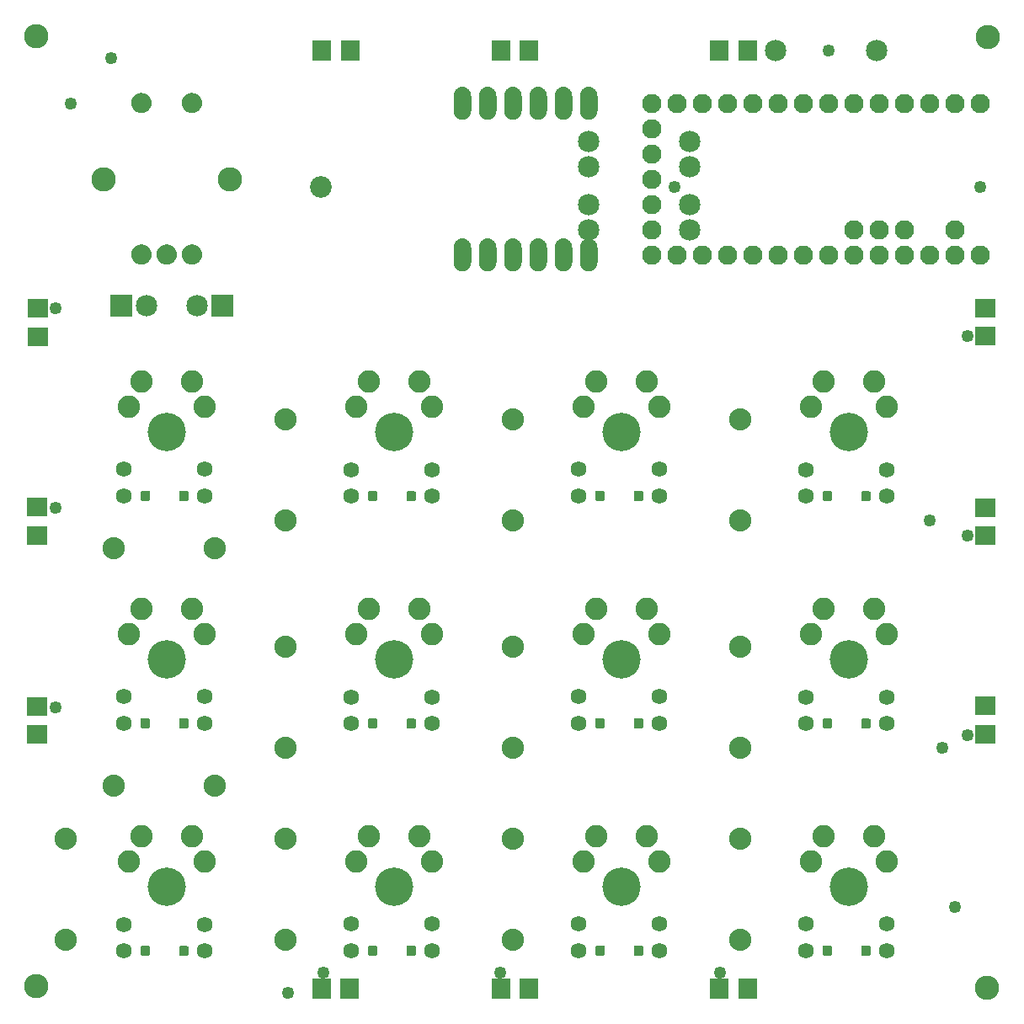
<source format=gts>
G04 MADE WITH FRITZING*
G04 WWW.FRITZING.ORG*
G04 DOUBLE SIDED*
G04 HOLES PLATED*
G04 CONTOUR ON CENTER OF CONTOUR VECTOR*
%ASAXBY*%
%FSLAX23Y23*%
%MOIN*%
%OFA0B0*%
%SFA1.0B1.0*%
%ADD10C,0.049370*%
%ADD11C,0.076889*%
%ADD12C,0.085433*%
%ADD13C,0.085000*%
%ADD14C,0.096614*%
%ADD15C,0.151732*%
%ADD16C,0.088000*%
%ADD17C,0.062361*%
%ADD18C,0.088639*%
%ADD19C,0.068759*%
%ADD20R,0.072992X0.080984*%
%ADD21R,0.080984X0.072992*%
%ADD22R,0.085000X0.085000*%
%ADD23R,0.001000X0.001000*%
%LNMASK1*%
G90*
G70*
G54D10*
X2610Y3257D03*
G54D11*
X2520Y2987D03*
X2620Y2987D03*
X2720Y2987D03*
X2820Y2987D03*
X2920Y2987D03*
X3020Y2987D03*
X3120Y2987D03*
X3220Y2987D03*
X3320Y2987D03*
X3420Y2987D03*
X3520Y2987D03*
X3620Y2987D03*
X3720Y2987D03*
X3820Y2987D03*
X3720Y3087D03*
X3420Y3087D03*
X3520Y3087D03*
X2520Y3587D03*
X2620Y3587D03*
X2720Y3587D03*
X2820Y3587D03*
X2920Y3587D03*
X3020Y3587D03*
X3120Y3587D03*
X3220Y3587D03*
X3320Y3587D03*
X3420Y3587D03*
X3520Y3587D03*
X3620Y3587D03*
X3720Y3587D03*
X3820Y3587D03*
X3320Y3087D03*
X2520Y3387D03*
X2520Y3487D03*
X2520Y3287D03*
X2520Y3087D03*
X2520Y3187D03*
G54D10*
X3220Y3797D03*
X380Y3767D03*
X160Y2777D03*
G54D12*
X1210Y3257D03*
G54D13*
X3010Y3797D03*
X3410Y3797D03*
G54D14*
X3849Y3850D03*
X85Y3851D03*
X850Y3287D03*
X350Y3287D03*
G54D15*
X3300Y487D03*
X2400Y487D03*
X1500Y487D03*
X600Y487D03*
X3300Y1387D03*
X2400Y1387D03*
X1500Y1387D03*
X600Y1387D03*
X3300Y2287D03*
X2400Y2287D03*
X1500Y2287D03*
X600Y2287D03*
G54D14*
X85Y93D03*
X3847Y87D03*
G54D13*
X2270Y3087D03*
X2670Y3087D03*
X2270Y3437D03*
X2670Y3437D03*
X2270Y3337D03*
X2670Y3337D03*
X2270Y3187D03*
X2670Y3187D03*
G54D16*
X200Y677D03*
X200Y277D03*
X200Y677D03*
X200Y277D03*
X200Y677D03*
X200Y277D03*
X1070Y677D03*
X1070Y277D03*
X1070Y677D03*
X1070Y277D03*
X1070Y677D03*
X1070Y277D03*
X1970Y677D03*
X1970Y277D03*
X1970Y677D03*
X1970Y277D03*
X1970Y677D03*
X1970Y277D03*
X2870Y677D03*
X2870Y277D03*
X2870Y677D03*
X2870Y277D03*
X2870Y677D03*
X2870Y277D03*
X2870Y1437D03*
X2870Y1037D03*
X2870Y1437D03*
X2870Y1037D03*
X2870Y1437D03*
X2870Y1037D03*
X1970Y1437D03*
X1970Y1037D03*
X1970Y1437D03*
X1970Y1037D03*
X1970Y1437D03*
X1970Y1037D03*
X1070Y1437D03*
X1070Y1037D03*
X1070Y1437D03*
X1070Y1037D03*
X1070Y1437D03*
X1070Y1037D03*
X390Y887D03*
X790Y887D03*
X390Y887D03*
X790Y887D03*
X390Y887D03*
X790Y887D03*
X2870Y2337D03*
X2870Y1937D03*
X2870Y2337D03*
X2870Y1937D03*
X2870Y2337D03*
X2870Y1937D03*
X1970Y2337D03*
X1970Y1937D03*
X1970Y2337D03*
X1970Y1937D03*
X1970Y2337D03*
X1970Y1937D03*
X1070Y2337D03*
X1070Y1937D03*
X1070Y2337D03*
X1070Y1937D03*
X1070Y2337D03*
X1070Y1937D03*
X390Y1827D03*
X790Y1827D03*
X390Y1827D03*
X790Y1827D03*
X390Y1827D03*
X790Y1827D03*
G54D13*
X820Y2787D03*
X720Y2787D03*
X820Y2787D03*
X720Y2787D03*
X420Y2787D03*
X520Y2787D03*
X420Y2787D03*
X520Y2787D03*
G54D17*
X750Y1238D03*
X431Y1238D03*
X750Y1132D03*
X431Y1132D03*
G54D18*
X450Y1487D03*
X500Y1587D03*
X700Y1587D03*
X750Y1487D03*
G54D17*
X750Y337D03*
X431Y337D03*
X750Y231D03*
X431Y231D03*
G54D18*
X450Y586D03*
X500Y686D03*
X700Y686D03*
X750Y586D03*
G54D17*
X3450Y2137D03*
X3131Y2137D03*
X3450Y2031D03*
X3131Y2031D03*
G54D18*
X3150Y2386D03*
X3200Y2486D03*
X3400Y2486D03*
X3450Y2386D03*
G54D17*
X2550Y2138D03*
X2231Y2138D03*
X2550Y2032D03*
X2231Y2032D03*
G54D18*
X2250Y2387D03*
X2300Y2487D03*
X2500Y2487D03*
X2550Y2387D03*
G54D17*
X1650Y2137D03*
X1331Y2137D03*
X1650Y2031D03*
X1331Y2031D03*
G54D18*
X1350Y2386D03*
X1400Y2486D03*
X1600Y2486D03*
X1650Y2386D03*
G54D17*
X750Y2138D03*
X431Y2138D03*
X750Y2032D03*
X431Y2032D03*
G54D18*
X451Y2387D03*
X500Y2487D03*
X700Y2487D03*
X750Y2387D03*
G54D17*
X3450Y1237D03*
X3131Y1237D03*
X3450Y1131D03*
X3131Y1131D03*
G54D18*
X3150Y1486D03*
X3200Y1586D03*
X3400Y1586D03*
X3450Y1486D03*
G54D17*
X2550Y1238D03*
X2231Y1238D03*
X2550Y1132D03*
X2231Y1132D03*
G54D18*
X2250Y1487D03*
X2300Y1587D03*
X2500Y1587D03*
X2550Y1487D03*
G54D17*
X1650Y1237D03*
X1331Y1237D03*
X1650Y1131D03*
X1331Y1131D03*
G54D18*
X1350Y1486D03*
X1400Y1586D03*
X1600Y1586D03*
X1650Y1486D03*
G54D17*
X1650Y338D03*
X1331Y338D03*
X1650Y232D03*
X1331Y232D03*
G54D18*
X1351Y587D03*
X1401Y687D03*
X1600Y687D03*
X1650Y587D03*
G54D17*
X2550Y338D03*
X2231Y338D03*
X2550Y232D03*
X2231Y232D03*
G54D18*
X2251Y587D03*
X2300Y687D03*
X2500Y687D03*
X2550Y587D03*
G54D17*
X3450Y338D03*
X3131Y338D03*
X3450Y232D03*
X3131Y232D03*
G54D18*
X3150Y587D03*
X3200Y687D03*
X3400Y687D03*
X3450Y587D03*
G54D10*
X3670Y1037D03*
X3720Y407D03*
G54D19*
X1770Y3586D03*
X1870Y3586D03*
X1970Y3586D03*
X2070Y3586D03*
X2170Y3586D03*
X2270Y3587D03*
X1770Y2986D03*
X1870Y2986D03*
X1970Y2986D03*
X2070Y2986D03*
X2170Y2986D03*
X2270Y2987D03*
G54D10*
X3620Y1937D03*
X160Y1987D03*
X160Y1197D03*
X2790Y147D03*
X1920Y147D03*
X1220Y147D03*
X3770Y1087D03*
X3770Y1877D03*
X3770Y2667D03*
X3820Y3257D03*
X220Y3587D03*
X1080Y67D03*
G54D20*
X1214Y3797D03*
X1326Y3797D03*
G54D21*
X87Y1877D03*
X87Y1989D03*
G54D20*
X2787Y3797D03*
X2899Y3797D03*
G54D21*
X3840Y1201D03*
X3840Y1089D03*
X3840Y1987D03*
X3840Y1875D03*
X89Y2663D03*
X89Y2775D03*
G54D20*
X1324Y83D03*
X1212Y83D03*
X1923Y3797D03*
X2035Y3797D03*
G54D22*
X820Y2787D03*
X820Y2787D03*
X420Y2787D03*
X420Y2787D03*
G54D21*
X3840Y2776D03*
X3840Y2664D03*
X87Y1088D03*
X87Y1200D03*
G54D20*
X2899Y82D03*
X2787Y82D03*
X2034Y82D03*
X1922Y82D03*
G54D23*
X1770Y3651D02*
X1771Y3651D01*
X1870Y3651D02*
X1871Y3651D01*
X1970Y3651D02*
X1971Y3651D01*
X2070Y3651D02*
X2071Y3651D01*
X2170Y3651D02*
X2171Y3651D01*
X2269Y3651D02*
X2271Y3651D01*
X1762Y3650D02*
X1778Y3650D01*
X1862Y3650D02*
X1878Y3650D01*
X1962Y3650D02*
X1978Y3650D01*
X2062Y3650D02*
X2078Y3650D01*
X2162Y3650D02*
X2178Y3650D01*
X2262Y3650D02*
X2278Y3650D01*
X1759Y3649D02*
X1781Y3649D01*
X1859Y3649D02*
X1881Y3649D01*
X1959Y3649D02*
X1981Y3649D01*
X2059Y3649D02*
X2081Y3649D01*
X2159Y3649D02*
X2181Y3649D01*
X2259Y3649D02*
X2281Y3649D01*
X1757Y3648D02*
X1784Y3648D01*
X1857Y3648D02*
X1884Y3648D01*
X1957Y3648D02*
X1984Y3648D01*
X2057Y3648D02*
X2084Y3648D01*
X2157Y3648D02*
X2184Y3648D01*
X2256Y3648D02*
X2284Y3648D01*
X1754Y3647D02*
X1786Y3647D01*
X1854Y3647D02*
X1886Y3647D01*
X1954Y3647D02*
X1986Y3647D01*
X2054Y3647D02*
X2086Y3647D01*
X2154Y3647D02*
X2186Y3647D01*
X2254Y3647D02*
X2286Y3647D01*
X1753Y3646D02*
X1787Y3646D01*
X1853Y3646D02*
X1887Y3646D01*
X1953Y3646D02*
X1987Y3646D01*
X2053Y3646D02*
X2087Y3646D01*
X2153Y3646D02*
X2187Y3646D01*
X2253Y3646D02*
X2287Y3646D01*
X1751Y3645D02*
X1789Y3645D01*
X1851Y3645D02*
X1889Y3645D01*
X1951Y3645D02*
X1989Y3645D01*
X2051Y3645D02*
X2089Y3645D01*
X2151Y3645D02*
X2189Y3645D01*
X2251Y3645D02*
X2289Y3645D01*
X1750Y3644D02*
X1791Y3644D01*
X1850Y3644D02*
X1891Y3644D01*
X1950Y3644D02*
X1990Y3644D01*
X2050Y3644D02*
X2091Y3644D01*
X2150Y3644D02*
X2191Y3644D01*
X2250Y3644D02*
X2290Y3644D01*
X1748Y3643D02*
X1792Y3643D01*
X1848Y3643D02*
X1892Y3643D01*
X1948Y3643D02*
X1992Y3643D01*
X2048Y3643D02*
X2092Y3643D01*
X2148Y3643D02*
X2192Y3643D01*
X2248Y3643D02*
X2292Y3643D01*
X1747Y3642D02*
X1793Y3642D01*
X1847Y3642D02*
X1893Y3642D01*
X1947Y3642D02*
X1993Y3642D01*
X2047Y3642D02*
X2093Y3642D01*
X2147Y3642D02*
X2193Y3642D01*
X2247Y3642D02*
X2293Y3642D01*
X1746Y3641D02*
X1794Y3641D01*
X1846Y3641D02*
X1894Y3641D01*
X1946Y3641D02*
X1994Y3641D01*
X2046Y3641D02*
X2094Y3641D01*
X2146Y3641D02*
X2194Y3641D01*
X2246Y3641D02*
X2294Y3641D01*
X1745Y3640D02*
X1795Y3640D01*
X1845Y3640D02*
X1895Y3640D01*
X1945Y3640D02*
X1995Y3640D01*
X2045Y3640D02*
X2095Y3640D01*
X2145Y3640D02*
X2195Y3640D01*
X2245Y3640D02*
X2295Y3640D01*
X1744Y3639D02*
X1796Y3639D01*
X1844Y3639D02*
X1896Y3639D01*
X1944Y3639D02*
X1996Y3639D01*
X2044Y3639D02*
X2096Y3639D01*
X2144Y3639D02*
X2196Y3639D01*
X2244Y3639D02*
X2296Y3639D01*
X1743Y3638D02*
X1797Y3638D01*
X1843Y3638D02*
X1897Y3638D01*
X1943Y3638D02*
X1997Y3638D01*
X2043Y3638D02*
X2097Y3638D01*
X2143Y3638D02*
X2197Y3638D01*
X2243Y3638D02*
X2297Y3638D01*
X1743Y3637D02*
X1797Y3637D01*
X1843Y3637D02*
X1897Y3637D01*
X1943Y3637D02*
X1997Y3637D01*
X2043Y3637D02*
X2097Y3637D01*
X2143Y3637D02*
X2197Y3637D01*
X2243Y3637D02*
X2297Y3637D01*
X1742Y3636D02*
X1798Y3636D01*
X1842Y3636D02*
X1898Y3636D01*
X1942Y3636D02*
X1998Y3636D01*
X2042Y3636D02*
X2098Y3636D01*
X2142Y3636D02*
X2198Y3636D01*
X2242Y3636D02*
X2298Y3636D01*
X1741Y3635D02*
X1799Y3635D01*
X1841Y3635D02*
X1899Y3635D01*
X1941Y3635D02*
X1999Y3635D01*
X2041Y3635D02*
X2099Y3635D01*
X2141Y3635D02*
X2199Y3635D01*
X2241Y3635D02*
X2299Y3635D01*
X1741Y3634D02*
X1799Y3634D01*
X1841Y3634D02*
X1899Y3634D01*
X1941Y3634D02*
X1999Y3634D01*
X2041Y3634D02*
X2099Y3634D01*
X2141Y3634D02*
X2199Y3634D01*
X2241Y3634D02*
X2299Y3634D01*
X1740Y3633D02*
X1800Y3633D01*
X1840Y3633D02*
X1900Y3633D01*
X1940Y3633D02*
X2000Y3633D01*
X2040Y3633D02*
X2100Y3633D01*
X2140Y3633D02*
X2200Y3633D01*
X2240Y3633D02*
X2300Y3633D01*
X1740Y3632D02*
X1801Y3632D01*
X1840Y3632D02*
X1901Y3632D01*
X1940Y3632D02*
X2001Y3632D01*
X2040Y3632D02*
X2101Y3632D01*
X2140Y3632D02*
X2201Y3632D01*
X2239Y3632D02*
X2301Y3632D01*
X1739Y3631D02*
X1801Y3631D01*
X1839Y3631D02*
X1901Y3631D01*
X1939Y3631D02*
X2001Y3631D01*
X2039Y3631D02*
X2101Y3631D01*
X2139Y3631D02*
X2201Y3631D01*
X2239Y3631D02*
X2301Y3631D01*
X1739Y3630D02*
X1802Y3630D01*
X1839Y3630D02*
X1902Y3630D01*
X1939Y3630D02*
X2002Y3630D01*
X2039Y3630D02*
X2102Y3630D01*
X2139Y3630D02*
X2202Y3630D01*
X2239Y3630D02*
X2302Y3630D01*
X1738Y3629D02*
X1802Y3629D01*
X1838Y3629D02*
X1902Y3629D01*
X1938Y3629D02*
X2002Y3629D01*
X2038Y3629D02*
X2102Y3629D01*
X2138Y3629D02*
X2202Y3629D01*
X2238Y3629D02*
X2302Y3629D01*
X1738Y3628D02*
X1802Y3628D01*
X1838Y3628D02*
X1902Y3628D01*
X1938Y3628D02*
X2002Y3628D01*
X2038Y3628D02*
X2102Y3628D01*
X2138Y3628D02*
X2202Y3628D01*
X2238Y3628D02*
X2302Y3628D01*
X495Y3627D02*
X504Y3627D01*
X695Y3627D02*
X704Y3627D01*
X1737Y3627D02*
X1803Y3627D01*
X1837Y3627D02*
X1903Y3627D01*
X1937Y3627D02*
X2003Y3627D01*
X2037Y3627D02*
X2103Y3627D01*
X2137Y3627D02*
X2203Y3627D01*
X2237Y3627D02*
X2303Y3627D01*
X490Y3626D02*
X509Y3626D01*
X690Y3626D02*
X709Y3626D01*
X1737Y3626D02*
X1803Y3626D01*
X1837Y3626D02*
X1903Y3626D01*
X1937Y3626D02*
X2003Y3626D01*
X2037Y3626D02*
X2103Y3626D01*
X2137Y3626D02*
X2203Y3626D01*
X2237Y3626D02*
X2303Y3626D01*
X486Y3625D02*
X513Y3625D01*
X686Y3625D02*
X713Y3625D01*
X1737Y3625D02*
X1803Y3625D01*
X1837Y3625D02*
X1903Y3625D01*
X1937Y3625D02*
X2003Y3625D01*
X2037Y3625D02*
X2103Y3625D01*
X2137Y3625D02*
X2203Y3625D01*
X2237Y3625D02*
X2303Y3625D01*
X484Y3624D02*
X515Y3624D01*
X684Y3624D02*
X715Y3624D01*
X1737Y3624D02*
X1804Y3624D01*
X1837Y3624D02*
X1904Y3624D01*
X1937Y3624D02*
X2004Y3624D01*
X2037Y3624D02*
X2104Y3624D01*
X2137Y3624D02*
X2204Y3624D01*
X2237Y3624D02*
X2304Y3624D01*
X482Y3623D02*
X517Y3623D01*
X682Y3623D02*
X717Y3623D01*
X1736Y3623D02*
X1804Y3623D01*
X1836Y3623D02*
X1904Y3623D01*
X1936Y3623D02*
X2004Y3623D01*
X2036Y3623D02*
X2104Y3623D01*
X2136Y3623D02*
X2204Y3623D01*
X2236Y3623D02*
X2304Y3623D01*
X480Y3622D02*
X519Y3622D01*
X680Y3622D02*
X719Y3622D01*
X1736Y3622D02*
X1804Y3622D01*
X1836Y3622D02*
X1904Y3622D01*
X1936Y3622D02*
X2004Y3622D01*
X2036Y3622D02*
X2104Y3622D01*
X2136Y3622D02*
X2204Y3622D01*
X2236Y3622D02*
X2304Y3622D01*
X478Y3621D02*
X521Y3621D01*
X678Y3621D02*
X721Y3621D01*
X1736Y3621D02*
X1804Y3621D01*
X1836Y3621D02*
X1904Y3621D01*
X1936Y3621D02*
X2004Y3621D01*
X2036Y3621D02*
X2104Y3621D01*
X2136Y3621D02*
X2204Y3621D01*
X2236Y3621D02*
X2304Y3621D01*
X477Y3620D02*
X522Y3620D01*
X677Y3620D02*
X722Y3620D01*
X1736Y3620D02*
X1804Y3620D01*
X1836Y3620D02*
X1904Y3620D01*
X1936Y3620D02*
X2004Y3620D01*
X2036Y3620D02*
X2104Y3620D01*
X2136Y3620D02*
X2204Y3620D01*
X2236Y3620D02*
X2304Y3620D01*
X476Y3619D02*
X524Y3619D01*
X676Y3619D02*
X724Y3619D01*
X1736Y3619D02*
X1804Y3619D01*
X1836Y3619D02*
X1904Y3619D01*
X1936Y3619D02*
X2004Y3619D01*
X2036Y3619D02*
X2104Y3619D01*
X2136Y3619D02*
X2204Y3619D01*
X2236Y3619D02*
X2304Y3619D01*
X474Y3618D02*
X525Y3618D01*
X674Y3618D02*
X725Y3618D01*
X1736Y3618D02*
X1804Y3618D01*
X1836Y3618D02*
X1904Y3618D01*
X1936Y3618D02*
X2004Y3618D01*
X2036Y3618D02*
X2104Y3618D01*
X2136Y3618D02*
X2204Y3618D01*
X2236Y3618D02*
X2304Y3618D01*
X473Y3617D02*
X526Y3617D01*
X673Y3617D02*
X726Y3617D01*
X1736Y3617D02*
X1804Y3617D01*
X1836Y3617D02*
X1904Y3617D01*
X1936Y3617D02*
X2004Y3617D01*
X2036Y3617D02*
X2104Y3617D01*
X2136Y3617D02*
X2204Y3617D01*
X2236Y3617D02*
X2304Y3617D01*
X472Y3616D02*
X527Y3616D01*
X672Y3616D02*
X727Y3616D01*
X1736Y3616D02*
X1805Y3616D01*
X1836Y3616D02*
X1905Y3616D01*
X1936Y3616D02*
X2005Y3616D01*
X2036Y3616D02*
X2105Y3616D01*
X2136Y3616D02*
X2205Y3616D01*
X2236Y3616D02*
X2305Y3616D01*
X471Y3615D02*
X528Y3615D01*
X671Y3615D02*
X728Y3615D01*
X1736Y3615D02*
X1805Y3615D01*
X1836Y3615D02*
X1905Y3615D01*
X1936Y3615D02*
X2005Y3615D01*
X2036Y3615D02*
X2105Y3615D01*
X2136Y3615D02*
X2205Y3615D01*
X2236Y3615D02*
X2305Y3615D01*
X470Y3614D02*
X529Y3614D01*
X670Y3614D02*
X729Y3614D01*
X1736Y3614D02*
X1805Y3614D01*
X1836Y3614D02*
X1905Y3614D01*
X1936Y3614D02*
X2005Y3614D01*
X2036Y3614D02*
X2105Y3614D01*
X2136Y3614D02*
X2205Y3614D01*
X2236Y3614D02*
X2305Y3614D01*
X469Y3613D02*
X530Y3613D01*
X669Y3613D02*
X730Y3613D01*
X1736Y3613D02*
X1805Y3613D01*
X1836Y3613D02*
X1905Y3613D01*
X1936Y3613D02*
X2005Y3613D01*
X2036Y3613D02*
X2105Y3613D01*
X2136Y3613D02*
X2205Y3613D01*
X2236Y3613D02*
X2305Y3613D01*
X469Y3612D02*
X531Y3612D01*
X669Y3612D02*
X731Y3612D01*
X1736Y3612D02*
X1805Y3612D01*
X1836Y3612D02*
X1905Y3612D01*
X1936Y3612D02*
X2005Y3612D01*
X2036Y3612D02*
X2105Y3612D01*
X2136Y3612D02*
X2205Y3612D01*
X2236Y3612D02*
X2305Y3612D01*
X468Y3611D02*
X531Y3611D01*
X668Y3611D02*
X731Y3611D01*
X1736Y3611D02*
X1805Y3611D01*
X1836Y3611D02*
X1905Y3611D01*
X1936Y3611D02*
X2005Y3611D01*
X2036Y3611D02*
X2105Y3611D01*
X2136Y3611D02*
X2205Y3611D01*
X2236Y3611D02*
X2305Y3611D01*
X467Y3610D02*
X532Y3610D01*
X667Y3610D02*
X732Y3610D01*
X1736Y3610D02*
X1805Y3610D01*
X1836Y3610D02*
X1905Y3610D01*
X1936Y3610D02*
X2005Y3610D01*
X2036Y3610D02*
X2105Y3610D01*
X2136Y3610D02*
X2205Y3610D01*
X2236Y3610D02*
X2305Y3610D01*
X467Y3609D02*
X533Y3609D01*
X667Y3609D02*
X733Y3609D01*
X1736Y3609D02*
X1805Y3609D01*
X1836Y3609D02*
X1905Y3609D01*
X1936Y3609D02*
X2005Y3609D01*
X2036Y3609D02*
X2105Y3609D01*
X2136Y3609D02*
X2205Y3609D01*
X2236Y3609D02*
X2305Y3609D01*
X466Y3608D02*
X533Y3608D01*
X666Y3608D02*
X733Y3608D01*
X1736Y3608D02*
X1805Y3608D01*
X1836Y3608D02*
X1905Y3608D01*
X1936Y3608D02*
X2005Y3608D01*
X2036Y3608D02*
X2105Y3608D01*
X2136Y3608D02*
X2205Y3608D01*
X2236Y3608D02*
X2305Y3608D01*
X465Y3607D02*
X534Y3607D01*
X665Y3607D02*
X734Y3607D01*
X1736Y3607D02*
X1805Y3607D01*
X1836Y3607D02*
X1905Y3607D01*
X1936Y3607D02*
X2005Y3607D01*
X2036Y3607D02*
X2105Y3607D01*
X2136Y3607D02*
X2205Y3607D01*
X2236Y3607D02*
X2305Y3607D01*
X465Y3606D02*
X535Y3606D01*
X665Y3606D02*
X735Y3606D01*
X1736Y3606D02*
X1805Y3606D01*
X1836Y3606D02*
X1905Y3606D01*
X1936Y3606D02*
X2005Y3606D01*
X2036Y3606D02*
X2105Y3606D01*
X2136Y3606D02*
X2205Y3606D01*
X2236Y3606D02*
X2305Y3606D01*
X464Y3605D02*
X535Y3605D01*
X664Y3605D02*
X735Y3605D01*
X1736Y3605D02*
X1805Y3605D01*
X1836Y3605D02*
X1905Y3605D01*
X1936Y3605D02*
X2005Y3605D01*
X2036Y3605D02*
X2105Y3605D01*
X2136Y3605D02*
X2205Y3605D01*
X2236Y3605D02*
X2305Y3605D01*
X464Y3604D02*
X536Y3604D01*
X664Y3604D02*
X736Y3604D01*
X1736Y3604D02*
X1805Y3604D01*
X1836Y3604D02*
X1905Y3604D01*
X1936Y3604D02*
X2005Y3604D01*
X2036Y3604D02*
X2105Y3604D01*
X2136Y3604D02*
X2205Y3604D01*
X2236Y3604D02*
X2305Y3604D01*
X463Y3603D02*
X536Y3603D01*
X663Y3603D02*
X736Y3603D01*
X1736Y3603D02*
X1805Y3603D01*
X1836Y3603D02*
X1905Y3603D01*
X1936Y3603D02*
X2005Y3603D01*
X2036Y3603D02*
X2105Y3603D01*
X2136Y3603D02*
X2205Y3603D01*
X2236Y3603D02*
X2305Y3603D01*
X463Y3602D02*
X536Y3602D01*
X663Y3602D02*
X736Y3602D01*
X1736Y3602D02*
X1805Y3602D01*
X1836Y3602D02*
X1905Y3602D01*
X1936Y3602D02*
X2005Y3602D01*
X2036Y3602D02*
X2105Y3602D01*
X2136Y3602D02*
X2205Y3602D01*
X2236Y3602D02*
X2305Y3602D01*
X463Y3601D02*
X537Y3601D01*
X663Y3601D02*
X737Y3601D01*
X1736Y3601D02*
X1769Y3601D01*
X1771Y3601D02*
X1805Y3601D01*
X1836Y3601D02*
X1869Y3601D01*
X1871Y3601D02*
X1905Y3601D01*
X1936Y3601D02*
X1969Y3601D01*
X1971Y3601D02*
X2005Y3601D01*
X2036Y3601D02*
X2069Y3601D01*
X2071Y3601D02*
X2105Y3601D01*
X2136Y3601D02*
X2169Y3601D01*
X2171Y3601D02*
X2205Y3601D01*
X2236Y3601D02*
X2269Y3601D01*
X2271Y3601D02*
X2305Y3601D01*
X462Y3600D02*
X537Y3600D01*
X662Y3600D02*
X737Y3600D01*
X1736Y3600D02*
X1764Y3600D01*
X1776Y3600D02*
X1805Y3600D01*
X1836Y3600D02*
X1864Y3600D01*
X1876Y3600D02*
X1905Y3600D01*
X1936Y3600D02*
X1964Y3600D01*
X1976Y3600D02*
X2005Y3600D01*
X2036Y3600D02*
X2064Y3600D01*
X2076Y3600D02*
X2105Y3600D01*
X2136Y3600D02*
X2164Y3600D01*
X2176Y3600D02*
X2205Y3600D01*
X2236Y3600D02*
X2264Y3600D01*
X2276Y3600D02*
X2305Y3600D01*
X462Y3599D02*
X537Y3599D01*
X662Y3599D02*
X737Y3599D01*
X1736Y3599D02*
X1762Y3599D01*
X1778Y3599D02*
X1805Y3599D01*
X1836Y3599D02*
X1862Y3599D01*
X1878Y3599D02*
X1905Y3599D01*
X1936Y3599D02*
X1962Y3599D01*
X1978Y3599D02*
X2005Y3599D01*
X2036Y3599D02*
X2062Y3599D01*
X2078Y3599D02*
X2105Y3599D01*
X2136Y3599D02*
X2162Y3599D01*
X2178Y3599D02*
X2205Y3599D01*
X2236Y3599D02*
X2262Y3599D01*
X2278Y3599D02*
X2305Y3599D01*
X462Y3598D02*
X538Y3598D01*
X662Y3598D02*
X738Y3598D01*
X1736Y3598D02*
X1761Y3598D01*
X1780Y3598D02*
X1805Y3598D01*
X1836Y3598D02*
X1861Y3598D01*
X1880Y3598D02*
X1905Y3598D01*
X1936Y3598D02*
X1961Y3598D01*
X1980Y3598D02*
X2005Y3598D01*
X2036Y3598D02*
X2061Y3598D01*
X2080Y3598D02*
X2105Y3598D01*
X2136Y3598D02*
X2161Y3598D01*
X2180Y3598D02*
X2205Y3598D01*
X2236Y3598D02*
X2260Y3598D01*
X2280Y3598D02*
X2305Y3598D01*
X461Y3597D02*
X538Y3597D01*
X661Y3597D02*
X738Y3597D01*
X1736Y3597D02*
X1759Y3597D01*
X1781Y3597D02*
X1805Y3597D01*
X1836Y3597D02*
X1859Y3597D01*
X1881Y3597D02*
X1905Y3597D01*
X1936Y3597D02*
X1959Y3597D01*
X1981Y3597D02*
X2005Y3597D01*
X2036Y3597D02*
X2059Y3597D01*
X2081Y3597D02*
X2105Y3597D01*
X2136Y3597D02*
X2159Y3597D01*
X2181Y3597D02*
X2205Y3597D01*
X2236Y3597D02*
X2259Y3597D01*
X2281Y3597D02*
X2305Y3597D01*
X461Y3596D02*
X538Y3596D01*
X661Y3596D02*
X738Y3596D01*
X1736Y3596D02*
X1758Y3596D01*
X1782Y3596D02*
X1805Y3596D01*
X1836Y3596D02*
X1858Y3596D01*
X1882Y3596D02*
X1905Y3596D01*
X1936Y3596D02*
X1958Y3596D01*
X1982Y3596D02*
X2005Y3596D01*
X2036Y3596D02*
X2058Y3596D01*
X2082Y3596D02*
X2105Y3596D01*
X2136Y3596D02*
X2158Y3596D01*
X2182Y3596D02*
X2205Y3596D01*
X2236Y3596D02*
X2258Y3596D01*
X2282Y3596D02*
X2305Y3596D01*
X461Y3595D02*
X538Y3595D01*
X661Y3595D02*
X738Y3595D01*
X1736Y3595D02*
X1758Y3595D01*
X1783Y3595D02*
X1805Y3595D01*
X1836Y3595D02*
X1858Y3595D01*
X1883Y3595D02*
X1905Y3595D01*
X1936Y3595D02*
X1958Y3595D01*
X1983Y3595D02*
X2005Y3595D01*
X2036Y3595D02*
X2058Y3595D01*
X2083Y3595D02*
X2105Y3595D01*
X2136Y3595D02*
X2158Y3595D01*
X2183Y3595D02*
X2205Y3595D01*
X2236Y3595D02*
X2258Y3595D01*
X2283Y3595D02*
X2305Y3595D01*
X461Y3594D02*
X538Y3594D01*
X661Y3594D02*
X738Y3594D01*
X1736Y3594D02*
X1757Y3594D01*
X1783Y3594D02*
X1805Y3594D01*
X1836Y3594D02*
X1857Y3594D01*
X1883Y3594D02*
X1905Y3594D01*
X1936Y3594D02*
X1957Y3594D01*
X1983Y3594D02*
X2005Y3594D01*
X2036Y3594D02*
X2057Y3594D01*
X2083Y3594D02*
X2105Y3594D01*
X2136Y3594D02*
X2157Y3594D01*
X2183Y3594D02*
X2205Y3594D01*
X2236Y3594D02*
X2257Y3594D01*
X2283Y3594D02*
X2305Y3594D01*
X461Y3593D02*
X539Y3593D01*
X661Y3593D02*
X739Y3593D01*
X1736Y3593D02*
X1756Y3593D01*
X1784Y3593D02*
X1805Y3593D01*
X1836Y3593D02*
X1856Y3593D01*
X1884Y3593D02*
X1905Y3593D01*
X1936Y3593D02*
X1956Y3593D01*
X1984Y3593D02*
X2005Y3593D01*
X2036Y3593D02*
X2056Y3593D01*
X2084Y3593D02*
X2105Y3593D01*
X2136Y3593D02*
X2156Y3593D01*
X2184Y3593D02*
X2205Y3593D01*
X2236Y3593D02*
X2256Y3593D01*
X2284Y3593D02*
X2305Y3593D01*
X460Y3592D02*
X539Y3592D01*
X660Y3592D02*
X739Y3592D01*
X1736Y3592D02*
X1756Y3592D01*
X1784Y3592D02*
X1805Y3592D01*
X1836Y3592D02*
X1856Y3592D01*
X1884Y3592D02*
X1905Y3592D01*
X1936Y3592D02*
X1956Y3592D01*
X1984Y3592D02*
X2005Y3592D01*
X2036Y3592D02*
X2056Y3592D01*
X2084Y3592D02*
X2105Y3592D01*
X2136Y3592D02*
X2156Y3592D01*
X2184Y3592D02*
X2205Y3592D01*
X2236Y3592D02*
X2256Y3592D01*
X2284Y3592D02*
X2305Y3592D01*
X460Y3591D02*
X539Y3591D01*
X660Y3591D02*
X739Y3591D01*
X1736Y3591D02*
X1755Y3591D01*
X1785Y3591D02*
X1805Y3591D01*
X1836Y3591D02*
X1855Y3591D01*
X1885Y3591D02*
X1905Y3591D01*
X1936Y3591D02*
X1955Y3591D01*
X1985Y3591D02*
X2005Y3591D01*
X2036Y3591D02*
X2055Y3591D01*
X2085Y3591D02*
X2105Y3591D01*
X2136Y3591D02*
X2155Y3591D01*
X2185Y3591D02*
X2205Y3591D01*
X2236Y3591D02*
X2255Y3591D01*
X2285Y3591D02*
X2305Y3591D01*
X460Y3590D02*
X539Y3590D01*
X660Y3590D02*
X739Y3590D01*
X1736Y3590D02*
X1755Y3590D01*
X1785Y3590D02*
X1805Y3590D01*
X1836Y3590D02*
X1855Y3590D01*
X1885Y3590D02*
X1905Y3590D01*
X1936Y3590D02*
X1955Y3590D01*
X1985Y3590D02*
X2005Y3590D01*
X2036Y3590D02*
X2055Y3590D01*
X2085Y3590D02*
X2105Y3590D01*
X2136Y3590D02*
X2155Y3590D01*
X2185Y3590D02*
X2205Y3590D01*
X2236Y3590D02*
X2255Y3590D01*
X2285Y3590D02*
X2305Y3590D01*
X460Y3589D02*
X539Y3589D01*
X660Y3589D02*
X739Y3589D01*
X1736Y3589D02*
X1755Y3589D01*
X1785Y3589D02*
X1805Y3589D01*
X1836Y3589D02*
X1855Y3589D01*
X1885Y3589D02*
X1905Y3589D01*
X1936Y3589D02*
X1955Y3589D01*
X1985Y3589D02*
X2005Y3589D01*
X2036Y3589D02*
X2055Y3589D01*
X2085Y3589D02*
X2105Y3589D01*
X2136Y3589D02*
X2155Y3589D01*
X2185Y3589D02*
X2205Y3589D01*
X2236Y3589D02*
X2255Y3589D01*
X2285Y3589D02*
X2305Y3589D01*
X460Y3588D02*
X539Y3588D01*
X660Y3588D02*
X739Y3588D01*
X1736Y3588D02*
X1755Y3588D01*
X1785Y3588D02*
X1805Y3588D01*
X1836Y3588D02*
X1855Y3588D01*
X1885Y3588D02*
X1905Y3588D01*
X1936Y3588D02*
X1955Y3588D01*
X1985Y3588D02*
X2005Y3588D01*
X2036Y3588D02*
X2055Y3588D01*
X2085Y3588D02*
X2105Y3588D01*
X2136Y3588D02*
X2155Y3588D01*
X2185Y3588D02*
X2205Y3588D01*
X2236Y3588D02*
X2255Y3588D01*
X2285Y3588D02*
X2305Y3588D01*
X460Y3587D02*
X539Y3587D01*
X660Y3587D02*
X739Y3587D01*
X1736Y3587D02*
X1755Y3587D01*
X1785Y3587D02*
X1805Y3587D01*
X1836Y3587D02*
X1855Y3587D01*
X1885Y3587D02*
X1905Y3587D01*
X1936Y3587D02*
X1955Y3587D01*
X1985Y3587D02*
X2005Y3587D01*
X2036Y3587D02*
X2055Y3587D01*
X2085Y3587D02*
X2105Y3587D01*
X2136Y3587D02*
X2155Y3587D01*
X2185Y3587D02*
X2205Y3587D01*
X2236Y3587D02*
X2255Y3587D01*
X2285Y3587D02*
X2305Y3587D01*
X460Y3586D02*
X539Y3586D01*
X660Y3586D02*
X739Y3586D01*
X1736Y3586D02*
X1755Y3586D01*
X1786Y3586D02*
X1805Y3586D01*
X1836Y3586D02*
X1855Y3586D01*
X1886Y3586D02*
X1905Y3586D01*
X1936Y3586D02*
X1955Y3586D01*
X1986Y3586D02*
X2005Y3586D01*
X2036Y3586D02*
X2055Y3586D01*
X2086Y3586D02*
X2105Y3586D01*
X2136Y3586D02*
X2155Y3586D01*
X2186Y3586D02*
X2205Y3586D01*
X2236Y3586D02*
X2255Y3586D01*
X2286Y3586D02*
X2305Y3586D01*
X460Y3585D02*
X539Y3585D01*
X660Y3585D02*
X739Y3585D01*
X1736Y3585D02*
X1755Y3585D01*
X1785Y3585D02*
X1805Y3585D01*
X1836Y3585D02*
X1855Y3585D01*
X1885Y3585D02*
X1905Y3585D01*
X1936Y3585D02*
X1955Y3585D01*
X1985Y3585D02*
X2005Y3585D01*
X2036Y3585D02*
X2055Y3585D01*
X2085Y3585D02*
X2105Y3585D01*
X2136Y3585D02*
X2155Y3585D01*
X2185Y3585D02*
X2205Y3585D01*
X2236Y3585D02*
X2255Y3585D01*
X2285Y3585D02*
X2305Y3585D01*
X460Y3584D02*
X539Y3584D01*
X660Y3584D02*
X739Y3584D01*
X1736Y3584D02*
X1755Y3584D01*
X1785Y3584D02*
X1805Y3584D01*
X1836Y3584D02*
X1855Y3584D01*
X1885Y3584D02*
X1905Y3584D01*
X1936Y3584D02*
X1955Y3584D01*
X1985Y3584D02*
X2005Y3584D01*
X2036Y3584D02*
X2055Y3584D01*
X2085Y3584D02*
X2105Y3584D01*
X2136Y3584D02*
X2155Y3584D01*
X2185Y3584D02*
X2205Y3584D01*
X2236Y3584D02*
X2255Y3584D01*
X2285Y3584D02*
X2305Y3584D01*
X460Y3583D02*
X539Y3583D01*
X660Y3583D02*
X739Y3583D01*
X1736Y3583D02*
X1755Y3583D01*
X1785Y3583D02*
X1805Y3583D01*
X1836Y3583D02*
X1855Y3583D01*
X1885Y3583D02*
X1905Y3583D01*
X1936Y3583D02*
X1955Y3583D01*
X1985Y3583D02*
X2005Y3583D01*
X2036Y3583D02*
X2055Y3583D01*
X2085Y3583D02*
X2105Y3583D01*
X2136Y3583D02*
X2155Y3583D01*
X2185Y3583D02*
X2205Y3583D01*
X2236Y3583D02*
X2255Y3583D01*
X2285Y3583D02*
X2305Y3583D01*
X461Y3582D02*
X539Y3582D01*
X661Y3582D02*
X739Y3582D01*
X1736Y3582D02*
X1755Y3582D01*
X1785Y3582D02*
X1805Y3582D01*
X1836Y3582D02*
X1855Y3582D01*
X1885Y3582D02*
X1905Y3582D01*
X1936Y3582D02*
X1955Y3582D01*
X1985Y3582D02*
X2005Y3582D01*
X2036Y3582D02*
X2055Y3582D01*
X2085Y3582D02*
X2105Y3582D01*
X2136Y3582D02*
X2155Y3582D01*
X2185Y3582D02*
X2205Y3582D01*
X2236Y3582D02*
X2255Y3582D01*
X2285Y3582D02*
X2305Y3582D01*
X461Y3581D02*
X538Y3581D01*
X661Y3581D02*
X738Y3581D01*
X1736Y3581D02*
X1755Y3581D01*
X1785Y3581D02*
X1805Y3581D01*
X1836Y3581D02*
X1855Y3581D01*
X1885Y3581D02*
X1905Y3581D01*
X1936Y3581D02*
X1955Y3581D01*
X1985Y3581D02*
X2005Y3581D01*
X2036Y3581D02*
X2055Y3581D01*
X2085Y3581D02*
X2105Y3581D01*
X2136Y3581D02*
X2155Y3581D01*
X2185Y3581D02*
X2205Y3581D01*
X2236Y3581D02*
X2255Y3581D01*
X2285Y3581D02*
X2305Y3581D01*
X461Y3580D02*
X538Y3580D01*
X661Y3580D02*
X738Y3580D01*
X1736Y3580D02*
X1756Y3580D01*
X1784Y3580D02*
X1805Y3580D01*
X1836Y3580D02*
X1856Y3580D01*
X1884Y3580D02*
X1905Y3580D01*
X1936Y3580D02*
X1956Y3580D01*
X1984Y3580D02*
X2005Y3580D01*
X2036Y3580D02*
X2056Y3580D01*
X2084Y3580D02*
X2105Y3580D01*
X2136Y3580D02*
X2156Y3580D01*
X2184Y3580D02*
X2205Y3580D01*
X2236Y3580D02*
X2256Y3580D01*
X2284Y3580D02*
X2305Y3580D01*
X461Y3579D02*
X538Y3579D01*
X661Y3579D02*
X738Y3579D01*
X1736Y3579D02*
X1756Y3579D01*
X1784Y3579D02*
X1805Y3579D01*
X1836Y3579D02*
X1856Y3579D01*
X1884Y3579D02*
X1905Y3579D01*
X1936Y3579D02*
X1956Y3579D01*
X1984Y3579D02*
X2005Y3579D01*
X2036Y3579D02*
X2056Y3579D01*
X2084Y3579D02*
X2105Y3579D01*
X2136Y3579D02*
X2156Y3579D01*
X2184Y3579D02*
X2205Y3579D01*
X2236Y3579D02*
X2256Y3579D01*
X2284Y3579D02*
X2305Y3579D01*
X461Y3578D02*
X538Y3578D01*
X661Y3578D02*
X738Y3578D01*
X1736Y3578D02*
X1757Y3578D01*
X1783Y3578D02*
X1805Y3578D01*
X1836Y3578D02*
X1857Y3578D01*
X1883Y3578D02*
X1905Y3578D01*
X1936Y3578D02*
X1957Y3578D01*
X1983Y3578D02*
X2005Y3578D01*
X2036Y3578D02*
X2057Y3578D01*
X2083Y3578D02*
X2105Y3578D01*
X2136Y3578D02*
X2157Y3578D01*
X2183Y3578D02*
X2205Y3578D01*
X2236Y3578D02*
X2257Y3578D01*
X2283Y3578D02*
X2305Y3578D01*
X462Y3577D02*
X538Y3577D01*
X662Y3577D02*
X738Y3577D01*
X1736Y3577D02*
X1758Y3577D01*
X1782Y3577D02*
X1805Y3577D01*
X1836Y3577D02*
X1858Y3577D01*
X1882Y3577D02*
X1905Y3577D01*
X1936Y3577D02*
X1958Y3577D01*
X1982Y3577D02*
X2005Y3577D01*
X2036Y3577D02*
X2058Y3577D01*
X2082Y3577D02*
X2105Y3577D01*
X2136Y3577D02*
X2158Y3577D01*
X2182Y3577D02*
X2205Y3577D01*
X2236Y3577D02*
X2258Y3577D01*
X2282Y3577D02*
X2305Y3577D01*
X462Y3576D02*
X537Y3576D01*
X662Y3576D02*
X737Y3576D01*
X1736Y3576D02*
X1758Y3576D01*
X1782Y3576D02*
X1805Y3576D01*
X1836Y3576D02*
X1858Y3576D01*
X1882Y3576D02*
X1905Y3576D01*
X1936Y3576D02*
X1958Y3576D01*
X1982Y3576D02*
X2005Y3576D01*
X2036Y3576D02*
X2058Y3576D01*
X2082Y3576D02*
X2105Y3576D01*
X2136Y3576D02*
X2158Y3576D01*
X2182Y3576D02*
X2205Y3576D01*
X2236Y3576D02*
X2258Y3576D01*
X2282Y3576D02*
X2305Y3576D01*
X462Y3575D02*
X537Y3575D01*
X662Y3575D02*
X737Y3575D01*
X1736Y3575D02*
X1759Y3575D01*
X1781Y3575D02*
X1805Y3575D01*
X1836Y3575D02*
X1859Y3575D01*
X1881Y3575D02*
X1905Y3575D01*
X1936Y3575D02*
X1959Y3575D01*
X1981Y3575D02*
X2005Y3575D01*
X2036Y3575D02*
X2059Y3575D01*
X2081Y3575D02*
X2105Y3575D01*
X2136Y3575D02*
X2159Y3575D01*
X2181Y3575D02*
X2205Y3575D01*
X2236Y3575D02*
X2259Y3575D01*
X2281Y3575D02*
X2305Y3575D01*
X463Y3574D02*
X537Y3574D01*
X663Y3574D02*
X737Y3574D01*
X1736Y3574D02*
X1761Y3574D01*
X1779Y3574D02*
X1805Y3574D01*
X1836Y3574D02*
X1861Y3574D01*
X1879Y3574D02*
X1905Y3574D01*
X1936Y3574D02*
X1961Y3574D01*
X1979Y3574D02*
X2005Y3574D01*
X2036Y3574D02*
X2061Y3574D01*
X2079Y3574D02*
X2105Y3574D01*
X2136Y3574D02*
X2161Y3574D01*
X2179Y3574D02*
X2205Y3574D01*
X2236Y3574D02*
X2261Y3574D01*
X2279Y3574D02*
X2305Y3574D01*
X463Y3573D02*
X536Y3573D01*
X663Y3573D02*
X736Y3573D01*
X1736Y3573D02*
X1762Y3573D01*
X1778Y3573D02*
X1805Y3573D01*
X1836Y3573D02*
X1862Y3573D01*
X1878Y3573D02*
X1905Y3573D01*
X1936Y3573D02*
X1962Y3573D01*
X1978Y3573D02*
X2005Y3573D01*
X2036Y3573D02*
X2062Y3573D01*
X2078Y3573D02*
X2105Y3573D01*
X2136Y3573D02*
X2162Y3573D01*
X2178Y3573D02*
X2205Y3573D01*
X2236Y3573D02*
X2262Y3573D01*
X2278Y3573D02*
X2305Y3573D01*
X463Y3572D02*
X536Y3572D01*
X663Y3572D02*
X736Y3572D01*
X1736Y3572D02*
X1764Y3572D01*
X1776Y3572D02*
X1805Y3572D01*
X1836Y3572D02*
X1864Y3572D01*
X1876Y3572D02*
X1905Y3572D01*
X1936Y3572D02*
X1964Y3572D01*
X1976Y3572D02*
X2005Y3572D01*
X2036Y3572D02*
X2064Y3572D01*
X2076Y3572D02*
X2105Y3572D01*
X2136Y3572D02*
X2164Y3572D01*
X2176Y3572D02*
X2205Y3572D01*
X2236Y3572D02*
X2264Y3572D01*
X2276Y3572D02*
X2305Y3572D01*
X464Y3571D02*
X536Y3571D01*
X664Y3571D02*
X736Y3571D01*
X1736Y3571D02*
X1805Y3571D01*
X1836Y3571D02*
X1905Y3571D01*
X1936Y3571D02*
X2005Y3571D01*
X2036Y3571D02*
X2105Y3571D01*
X2136Y3571D02*
X2205Y3571D01*
X2236Y3571D02*
X2305Y3571D01*
X464Y3570D02*
X535Y3570D01*
X664Y3570D02*
X735Y3570D01*
X1736Y3570D02*
X1805Y3570D01*
X1836Y3570D02*
X1905Y3570D01*
X1936Y3570D02*
X2005Y3570D01*
X2036Y3570D02*
X2105Y3570D01*
X2136Y3570D02*
X2205Y3570D01*
X2236Y3570D02*
X2305Y3570D01*
X465Y3569D02*
X535Y3569D01*
X665Y3569D02*
X735Y3569D01*
X1736Y3569D02*
X1805Y3569D01*
X1836Y3569D02*
X1905Y3569D01*
X1936Y3569D02*
X2005Y3569D01*
X2036Y3569D02*
X2105Y3569D01*
X2136Y3569D02*
X2205Y3569D01*
X2236Y3569D02*
X2305Y3569D01*
X465Y3568D02*
X534Y3568D01*
X665Y3568D02*
X734Y3568D01*
X1736Y3568D02*
X1805Y3568D01*
X1836Y3568D02*
X1905Y3568D01*
X1936Y3568D02*
X2005Y3568D01*
X2036Y3568D02*
X2105Y3568D01*
X2136Y3568D02*
X2205Y3568D01*
X2236Y3568D02*
X2305Y3568D01*
X466Y3567D02*
X533Y3567D01*
X666Y3567D02*
X733Y3567D01*
X1736Y3567D02*
X1805Y3567D01*
X1836Y3567D02*
X1905Y3567D01*
X1936Y3567D02*
X2005Y3567D01*
X2036Y3567D02*
X2105Y3567D01*
X2136Y3567D02*
X2205Y3567D01*
X2236Y3567D02*
X2305Y3567D01*
X466Y3566D02*
X533Y3566D01*
X666Y3566D02*
X733Y3566D01*
X1736Y3566D02*
X1805Y3566D01*
X1836Y3566D02*
X1905Y3566D01*
X1936Y3566D02*
X2005Y3566D01*
X2036Y3566D02*
X2105Y3566D01*
X2136Y3566D02*
X2205Y3566D01*
X2236Y3566D02*
X2305Y3566D01*
X467Y3565D02*
X532Y3565D01*
X667Y3565D02*
X732Y3565D01*
X1736Y3565D02*
X1805Y3565D01*
X1836Y3565D02*
X1905Y3565D01*
X1936Y3565D02*
X2005Y3565D01*
X2036Y3565D02*
X2105Y3565D01*
X2136Y3565D02*
X2205Y3565D01*
X2236Y3565D02*
X2305Y3565D01*
X468Y3564D02*
X531Y3564D01*
X668Y3564D02*
X731Y3564D01*
X1736Y3564D02*
X1805Y3564D01*
X1836Y3564D02*
X1905Y3564D01*
X1936Y3564D02*
X2005Y3564D01*
X2036Y3564D02*
X2105Y3564D01*
X2136Y3564D02*
X2205Y3564D01*
X2236Y3564D02*
X2305Y3564D01*
X469Y3563D02*
X531Y3563D01*
X669Y3563D02*
X731Y3563D01*
X1736Y3563D02*
X1805Y3563D01*
X1836Y3563D02*
X1905Y3563D01*
X1936Y3563D02*
X2005Y3563D01*
X2036Y3563D02*
X2105Y3563D01*
X2136Y3563D02*
X2205Y3563D01*
X2236Y3563D02*
X2305Y3563D01*
X469Y3562D02*
X530Y3562D01*
X669Y3562D02*
X730Y3562D01*
X1736Y3562D02*
X1805Y3562D01*
X1836Y3562D02*
X1905Y3562D01*
X1936Y3562D02*
X2005Y3562D01*
X2036Y3562D02*
X2105Y3562D01*
X2136Y3562D02*
X2205Y3562D01*
X2236Y3562D02*
X2305Y3562D01*
X470Y3561D02*
X529Y3561D01*
X670Y3561D02*
X729Y3561D01*
X1736Y3561D02*
X1805Y3561D01*
X1836Y3561D02*
X1905Y3561D01*
X1936Y3561D02*
X2005Y3561D01*
X2036Y3561D02*
X2105Y3561D01*
X2136Y3561D02*
X2205Y3561D01*
X2236Y3561D02*
X2305Y3561D01*
X471Y3560D02*
X528Y3560D01*
X671Y3560D02*
X728Y3560D01*
X1736Y3560D02*
X1805Y3560D01*
X1836Y3560D02*
X1905Y3560D01*
X1936Y3560D02*
X2005Y3560D01*
X2036Y3560D02*
X2105Y3560D01*
X2136Y3560D02*
X2205Y3560D01*
X2236Y3560D02*
X2305Y3560D01*
X472Y3559D02*
X527Y3559D01*
X672Y3559D02*
X727Y3559D01*
X1736Y3559D02*
X1805Y3559D01*
X1836Y3559D02*
X1905Y3559D01*
X1936Y3559D02*
X2005Y3559D01*
X2036Y3559D02*
X2105Y3559D01*
X2136Y3559D02*
X2205Y3559D01*
X2236Y3559D02*
X2305Y3559D01*
X473Y3558D02*
X526Y3558D01*
X673Y3558D02*
X726Y3558D01*
X1736Y3558D02*
X1805Y3558D01*
X1836Y3558D02*
X1905Y3558D01*
X1936Y3558D02*
X2005Y3558D01*
X2036Y3558D02*
X2105Y3558D01*
X2136Y3558D02*
X2205Y3558D01*
X2236Y3558D02*
X2305Y3558D01*
X474Y3557D02*
X525Y3557D01*
X674Y3557D02*
X725Y3557D01*
X1736Y3557D02*
X1805Y3557D01*
X1836Y3557D02*
X1905Y3557D01*
X1936Y3557D02*
X2005Y3557D01*
X2036Y3557D02*
X2105Y3557D01*
X2136Y3557D02*
X2205Y3557D01*
X2236Y3557D02*
X2305Y3557D01*
X476Y3556D02*
X524Y3556D01*
X676Y3556D02*
X724Y3556D01*
X1736Y3556D02*
X1805Y3556D01*
X1836Y3556D02*
X1905Y3556D01*
X1936Y3556D02*
X2005Y3556D01*
X2036Y3556D02*
X2105Y3556D01*
X2136Y3556D02*
X2205Y3556D01*
X2236Y3556D02*
X2305Y3556D01*
X477Y3555D02*
X522Y3555D01*
X677Y3555D02*
X722Y3555D01*
X1736Y3555D02*
X1804Y3555D01*
X1836Y3555D02*
X1904Y3555D01*
X1936Y3555D02*
X2004Y3555D01*
X2036Y3555D02*
X2104Y3555D01*
X2136Y3555D02*
X2204Y3555D01*
X2236Y3555D02*
X2304Y3555D01*
X478Y3554D02*
X521Y3554D01*
X678Y3554D02*
X721Y3554D01*
X1736Y3554D02*
X1804Y3554D01*
X1836Y3554D02*
X1904Y3554D01*
X1936Y3554D02*
X2004Y3554D01*
X2036Y3554D02*
X2104Y3554D01*
X2136Y3554D02*
X2204Y3554D01*
X2236Y3554D02*
X2304Y3554D01*
X480Y3553D02*
X519Y3553D01*
X680Y3553D02*
X719Y3553D01*
X1736Y3553D02*
X1804Y3553D01*
X1836Y3553D02*
X1904Y3553D01*
X1936Y3553D02*
X2004Y3553D01*
X2036Y3553D02*
X2104Y3553D01*
X2136Y3553D02*
X2204Y3553D01*
X2236Y3553D02*
X2304Y3553D01*
X482Y3552D02*
X518Y3552D01*
X682Y3552D02*
X718Y3552D01*
X1736Y3552D02*
X1804Y3552D01*
X1836Y3552D02*
X1904Y3552D01*
X1936Y3552D02*
X2004Y3552D01*
X2036Y3552D02*
X2104Y3552D01*
X2136Y3552D02*
X2204Y3552D01*
X2236Y3552D02*
X2304Y3552D01*
X484Y3551D02*
X515Y3551D01*
X684Y3551D02*
X715Y3551D01*
X1736Y3551D02*
X1804Y3551D01*
X1836Y3551D02*
X1904Y3551D01*
X1936Y3551D02*
X2004Y3551D01*
X2036Y3551D02*
X2104Y3551D01*
X2136Y3551D02*
X2204Y3551D01*
X2236Y3551D02*
X2304Y3551D01*
X486Y3550D02*
X513Y3550D01*
X686Y3550D02*
X713Y3550D01*
X1736Y3550D02*
X1804Y3550D01*
X1836Y3550D02*
X1904Y3550D01*
X1936Y3550D02*
X2004Y3550D01*
X2036Y3550D02*
X2104Y3550D01*
X2136Y3550D02*
X2204Y3550D01*
X2236Y3550D02*
X2304Y3550D01*
X489Y3549D02*
X510Y3549D01*
X689Y3549D02*
X710Y3549D01*
X1736Y3549D02*
X1804Y3549D01*
X1836Y3549D02*
X1904Y3549D01*
X1936Y3549D02*
X2004Y3549D01*
X2036Y3549D02*
X2104Y3549D01*
X2136Y3549D02*
X2204Y3549D01*
X2236Y3549D02*
X2304Y3549D01*
X494Y3548D02*
X505Y3548D01*
X694Y3548D02*
X705Y3548D01*
X1737Y3548D02*
X1804Y3548D01*
X1837Y3548D02*
X1904Y3548D01*
X1937Y3548D02*
X2004Y3548D01*
X2037Y3548D02*
X2104Y3548D01*
X2137Y3548D02*
X2204Y3548D01*
X2237Y3548D02*
X2303Y3548D01*
X1737Y3547D02*
X1803Y3547D01*
X1837Y3547D02*
X1903Y3547D01*
X1937Y3547D02*
X2003Y3547D01*
X2037Y3547D02*
X2103Y3547D01*
X2137Y3547D02*
X2203Y3547D01*
X2237Y3547D02*
X2303Y3547D01*
X1737Y3546D02*
X1803Y3546D01*
X1837Y3546D02*
X1903Y3546D01*
X1937Y3546D02*
X2003Y3546D01*
X2037Y3546D02*
X2103Y3546D01*
X2137Y3546D02*
X2203Y3546D01*
X2237Y3546D02*
X2303Y3546D01*
X1737Y3545D02*
X1803Y3545D01*
X1837Y3545D02*
X1903Y3545D01*
X1937Y3545D02*
X2003Y3545D01*
X2037Y3545D02*
X2103Y3545D01*
X2137Y3545D02*
X2203Y3545D01*
X2237Y3545D02*
X2303Y3545D01*
X1738Y3544D02*
X1802Y3544D01*
X1838Y3544D02*
X1902Y3544D01*
X1938Y3544D02*
X2002Y3544D01*
X2038Y3544D02*
X2102Y3544D01*
X2138Y3544D02*
X2202Y3544D01*
X2238Y3544D02*
X2302Y3544D01*
X1738Y3543D02*
X1802Y3543D01*
X1838Y3543D02*
X1902Y3543D01*
X1938Y3543D02*
X2002Y3543D01*
X2038Y3543D02*
X2102Y3543D01*
X2138Y3543D02*
X2202Y3543D01*
X2238Y3543D02*
X2302Y3543D01*
X1739Y3542D02*
X1801Y3542D01*
X1839Y3542D02*
X1901Y3542D01*
X1939Y3542D02*
X2001Y3542D01*
X2039Y3542D02*
X2101Y3542D01*
X2139Y3542D02*
X2201Y3542D01*
X2239Y3542D02*
X2301Y3542D01*
X1739Y3541D02*
X1801Y3541D01*
X1839Y3541D02*
X1901Y3541D01*
X1939Y3541D02*
X2001Y3541D01*
X2039Y3541D02*
X2101Y3541D01*
X2139Y3541D02*
X2201Y3541D01*
X2239Y3541D02*
X2301Y3541D01*
X1740Y3540D02*
X1801Y3540D01*
X1840Y3540D02*
X1901Y3540D01*
X1940Y3540D02*
X2001Y3540D01*
X2040Y3540D02*
X2101Y3540D01*
X2140Y3540D02*
X2201Y3540D01*
X2240Y3540D02*
X2301Y3540D01*
X1740Y3539D02*
X1800Y3539D01*
X1840Y3539D02*
X1900Y3539D01*
X1940Y3539D02*
X2000Y3539D01*
X2040Y3539D02*
X2100Y3539D01*
X2140Y3539D02*
X2200Y3539D01*
X2240Y3539D02*
X2300Y3539D01*
X1741Y3538D02*
X1799Y3538D01*
X1841Y3538D02*
X1899Y3538D01*
X1941Y3538D02*
X1999Y3538D01*
X2041Y3538D02*
X2099Y3538D01*
X2141Y3538D02*
X2199Y3538D01*
X2241Y3538D02*
X2299Y3538D01*
X1741Y3537D02*
X1799Y3537D01*
X1841Y3537D02*
X1899Y3537D01*
X1941Y3537D02*
X1999Y3537D01*
X2041Y3537D02*
X2099Y3537D01*
X2141Y3537D02*
X2199Y3537D01*
X2241Y3537D02*
X2299Y3537D01*
X1742Y3536D02*
X1798Y3536D01*
X1842Y3536D02*
X1898Y3536D01*
X1942Y3536D02*
X1998Y3536D01*
X2042Y3536D02*
X2098Y3536D01*
X2142Y3536D02*
X2198Y3536D01*
X2242Y3536D02*
X2298Y3536D01*
X1743Y3535D02*
X1797Y3535D01*
X1843Y3535D02*
X1897Y3535D01*
X1943Y3535D02*
X1997Y3535D01*
X2043Y3535D02*
X2097Y3535D01*
X2143Y3535D02*
X2197Y3535D01*
X2243Y3535D02*
X2297Y3535D01*
X1743Y3534D02*
X1797Y3534D01*
X1843Y3534D02*
X1897Y3534D01*
X1943Y3534D02*
X1997Y3534D01*
X2043Y3534D02*
X2097Y3534D01*
X2143Y3534D02*
X2197Y3534D01*
X2243Y3534D02*
X2297Y3534D01*
X1744Y3533D02*
X1796Y3533D01*
X1844Y3533D02*
X1896Y3533D01*
X1944Y3533D02*
X1996Y3533D01*
X2044Y3533D02*
X2096Y3533D01*
X2144Y3533D02*
X2196Y3533D01*
X2244Y3533D02*
X2296Y3533D01*
X1745Y3532D02*
X1795Y3532D01*
X1845Y3532D02*
X1895Y3532D01*
X1945Y3532D02*
X1995Y3532D01*
X2045Y3532D02*
X2095Y3532D01*
X2145Y3532D02*
X2195Y3532D01*
X2245Y3532D02*
X2295Y3532D01*
X1746Y3531D02*
X1794Y3531D01*
X1846Y3531D02*
X1894Y3531D01*
X1946Y3531D02*
X1994Y3531D01*
X2046Y3531D02*
X2094Y3531D01*
X2146Y3531D02*
X2194Y3531D01*
X2246Y3531D02*
X2294Y3531D01*
X1747Y3530D02*
X1793Y3530D01*
X1847Y3530D02*
X1893Y3530D01*
X1947Y3530D02*
X1993Y3530D01*
X2047Y3530D02*
X2093Y3530D01*
X2147Y3530D02*
X2193Y3530D01*
X2247Y3530D02*
X2293Y3530D01*
X1748Y3529D02*
X1792Y3529D01*
X1848Y3529D02*
X1892Y3529D01*
X1948Y3529D02*
X1992Y3529D01*
X2048Y3529D02*
X2092Y3529D01*
X2148Y3529D02*
X2192Y3529D01*
X2248Y3529D02*
X2292Y3529D01*
X1750Y3528D02*
X1790Y3528D01*
X1850Y3528D02*
X1890Y3528D01*
X1950Y3528D02*
X1990Y3528D01*
X2050Y3528D02*
X2090Y3528D01*
X2150Y3528D02*
X2190Y3528D01*
X2250Y3528D02*
X2290Y3528D01*
X1751Y3527D02*
X1789Y3527D01*
X1851Y3527D02*
X1889Y3527D01*
X1951Y3527D02*
X1989Y3527D01*
X2051Y3527D02*
X2089Y3527D01*
X2151Y3527D02*
X2189Y3527D01*
X2251Y3527D02*
X2289Y3527D01*
X1753Y3526D02*
X1787Y3526D01*
X1853Y3526D02*
X1887Y3526D01*
X1953Y3526D02*
X1987Y3526D01*
X2053Y3526D02*
X2087Y3526D01*
X2153Y3526D02*
X2187Y3526D01*
X2253Y3526D02*
X2287Y3526D01*
X1755Y3525D02*
X1785Y3525D01*
X1855Y3525D02*
X1885Y3525D01*
X1955Y3525D02*
X1985Y3525D01*
X2055Y3525D02*
X2085Y3525D01*
X2155Y3525D02*
X2185Y3525D01*
X2255Y3525D02*
X2285Y3525D01*
X1757Y3524D02*
X1783Y3524D01*
X1857Y3524D02*
X1883Y3524D01*
X1957Y3524D02*
X1983Y3524D01*
X2057Y3524D02*
X2083Y3524D01*
X2157Y3524D02*
X2183Y3524D01*
X2257Y3524D02*
X2283Y3524D01*
X1759Y3523D02*
X1781Y3523D01*
X1859Y3523D02*
X1881Y3523D01*
X1959Y3523D02*
X1981Y3523D01*
X2059Y3523D02*
X2081Y3523D01*
X2159Y3523D02*
X2181Y3523D01*
X2259Y3523D02*
X2281Y3523D01*
X1763Y3522D02*
X1777Y3522D01*
X1863Y3522D02*
X1877Y3522D01*
X1963Y3522D02*
X1977Y3522D01*
X2063Y3522D02*
X2077Y3522D01*
X2163Y3522D02*
X2177Y3522D01*
X2263Y3522D02*
X2277Y3522D01*
X1770Y3051D02*
X1771Y3051D01*
X1870Y3051D02*
X1871Y3051D01*
X1970Y3051D02*
X1971Y3051D01*
X2070Y3051D02*
X2071Y3051D01*
X2170Y3051D02*
X2171Y3051D01*
X2269Y3051D02*
X2271Y3051D01*
X1762Y3050D02*
X1778Y3050D01*
X1862Y3050D02*
X1878Y3050D01*
X1962Y3050D02*
X1978Y3050D01*
X2062Y3050D02*
X2078Y3050D01*
X2162Y3050D02*
X2178Y3050D01*
X2262Y3050D02*
X2278Y3050D01*
X1759Y3049D02*
X1781Y3049D01*
X1859Y3049D02*
X1881Y3049D01*
X1959Y3049D02*
X1981Y3049D01*
X2059Y3049D02*
X2081Y3049D01*
X2159Y3049D02*
X2181Y3049D01*
X2259Y3049D02*
X2281Y3049D01*
X1757Y3048D02*
X1784Y3048D01*
X1857Y3048D02*
X1884Y3048D01*
X1957Y3048D02*
X1984Y3048D01*
X2057Y3048D02*
X2084Y3048D01*
X2157Y3048D02*
X2184Y3048D01*
X2256Y3048D02*
X2284Y3048D01*
X1754Y3047D02*
X1786Y3047D01*
X1854Y3047D02*
X1886Y3047D01*
X1954Y3047D02*
X1986Y3047D01*
X2054Y3047D02*
X2086Y3047D01*
X2154Y3047D02*
X2186Y3047D01*
X2254Y3047D02*
X2286Y3047D01*
X1753Y3046D02*
X1787Y3046D01*
X1853Y3046D02*
X1887Y3046D01*
X1953Y3046D02*
X1987Y3046D01*
X2053Y3046D02*
X2087Y3046D01*
X2153Y3046D02*
X2187Y3046D01*
X2253Y3046D02*
X2287Y3046D01*
X1751Y3045D02*
X1789Y3045D01*
X1851Y3045D02*
X1889Y3045D01*
X1951Y3045D02*
X1989Y3045D01*
X2051Y3045D02*
X2089Y3045D01*
X2151Y3045D02*
X2189Y3045D01*
X2251Y3045D02*
X2289Y3045D01*
X1750Y3044D02*
X1791Y3044D01*
X1850Y3044D02*
X1891Y3044D01*
X1950Y3044D02*
X1990Y3044D01*
X2050Y3044D02*
X2091Y3044D01*
X2150Y3044D02*
X2191Y3044D01*
X2250Y3044D02*
X2290Y3044D01*
X1748Y3043D02*
X1792Y3043D01*
X1848Y3043D02*
X1892Y3043D01*
X1948Y3043D02*
X1992Y3043D01*
X2048Y3043D02*
X2092Y3043D01*
X2148Y3043D02*
X2192Y3043D01*
X2248Y3043D02*
X2292Y3043D01*
X1747Y3042D02*
X1793Y3042D01*
X1847Y3042D02*
X1893Y3042D01*
X1947Y3042D02*
X1993Y3042D01*
X2047Y3042D02*
X2093Y3042D01*
X2147Y3042D02*
X2193Y3042D01*
X2247Y3042D02*
X2293Y3042D01*
X1746Y3041D02*
X1794Y3041D01*
X1846Y3041D02*
X1894Y3041D01*
X1946Y3041D02*
X1994Y3041D01*
X2046Y3041D02*
X2094Y3041D01*
X2146Y3041D02*
X2194Y3041D01*
X2246Y3041D02*
X2294Y3041D01*
X1745Y3040D02*
X1795Y3040D01*
X1845Y3040D02*
X1895Y3040D01*
X1945Y3040D02*
X1995Y3040D01*
X2045Y3040D02*
X2095Y3040D01*
X2145Y3040D02*
X2195Y3040D01*
X2245Y3040D02*
X2295Y3040D01*
X1744Y3039D02*
X1796Y3039D01*
X1844Y3039D02*
X1896Y3039D01*
X1944Y3039D02*
X1996Y3039D01*
X2044Y3039D02*
X2096Y3039D01*
X2144Y3039D02*
X2196Y3039D01*
X2244Y3039D02*
X2296Y3039D01*
X1743Y3038D02*
X1797Y3038D01*
X1843Y3038D02*
X1897Y3038D01*
X1943Y3038D02*
X1997Y3038D01*
X2043Y3038D02*
X2097Y3038D01*
X2143Y3038D02*
X2197Y3038D01*
X2243Y3038D02*
X2297Y3038D01*
X1743Y3037D02*
X1797Y3037D01*
X1843Y3037D02*
X1897Y3037D01*
X1943Y3037D02*
X1997Y3037D01*
X2043Y3037D02*
X2097Y3037D01*
X2143Y3037D02*
X2197Y3037D01*
X2243Y3037D02*
X2297Y3037D01*
X1742Y3036D02*
X1798Y3036D01*
X1842Y3036D02*
X1898Y3036D01*
X1942Y3036D02*
X1998Y3036D01*
X2042Y3036D02*
X2098Y3036D01*
X2142Y3036D02*
X2198Y3036D01*
X2242Y3036D02*
X2298Y3036D01*
X1741Y3035D02*
X1799Y3035D01*
X1841Y3035D02*
X1899Y3035D01*
X1941Y3035D02*
X1999Y3035D01*
X2041Y3035D02*
X2099Y3035D01*
X2141Y3035D02*
X2199Y3035D01*
X2241Y3035D02*
X2299Y3035D01*
X1741Y3034D02*
X1799Y3034D01*
X1841Y3034D02*
X1899Y3034D01*
X1941Y3034D02*
X1999Y3034D01*
X2041Y3034D02*
X2099Y3034D01*
X2141Y3034D02*
X2199Y3034D01*
X2241Y3034D02*
X2299Y3034D01*
X1740Y3033D02*
X1800Y3033D01*
X1840Y3033D02*
X1900Y3033D01*
X1940Y3033D02*
X2000Y3033D01*
X2040Y3033D02*
X2100Y3033D01*
X2140Y3033D02*
X2200Y3033D01*
X2240Y3033D02*
X2300Y3033D01*
X1740Y3032D02*
X1801Y3032D01*
X1840Y3032D02*
X1901Y3032D01*
X1940Y3032D02*
X2001Y3032D01*
X2040Y3032D02*
X2101Y3032D01*
X2140Y3032D02*
X2201Y3032D01*
X2239Y3032D02*
X2301Y3032D01*
X1739Y3031D02*
X1801Y3031D01*
X1839Y3031D02*
X1901Y3031D01*
X1939Y3031D02*
X2001Y3031D01*
X2039Y3031D02*
X2101Y3031D01*
X2139Y3031D02*
X2201Y3031D01*
X2239Y3031D02*
X2301Y3031D01*
X1739Y3030D02*
X1802Y3030D01*
X1839Y3030D02*
X1902Y3030D01*
X1939Y3030D02*
X2002Y3030D01*
X2039Y3030D02*
X2102Y3030D01*
X2139Y3030D02*
X2202Y3030D01*
X2239Y3030D02*
X2302Y3030D01*
X1738Y3029D02*
X1802Y3029D01*
X1838Y3029D02*
X1902Y3029D01*
X1938Y3029D02*
X2002Y3029D01*
X2038Y3029D02*
X2102Y3029D01*
X2138Y3029D02*
X2202Y3029D01*
X2238Y3029D02*
X2302Y3029D01*
X1738Y3028D02*
X1802Y3028D01*
X1838Y3028D02*
X1902Y3028D01*
X1938Y3028D02*
X2002Y3028D01*
X2038Y3028D02*
X2102Y3028D01*
X2138Y3028D02*
X2202Y3028D01*
X2238Y3028D02*
X2302Y3028D01*
X494Y3027D02*
X505Y3027D01*
X594Y3027D02*
X605Y3027D01*
X694Y3027D02*
X705Y3027D01*
X1737Y3027D02*
X1803Y3027D01*
X1837Y3027D02*
X1903Y3027D01*
X1937Y3027D02*
X2003Y3027D01*
X2037Y3027D02*
X2103Y3027D01*
X2137Y3027D02*
X2203Y3027D01*
X2237Y3027D02*
X2303Y3027D01*
X490Y3026D02*
X510Y3026D01*
X590Y3026D02*
X610Y3026D01*
X690Y3026D02*
X710Y3026D01*
X1737Y3026D02*
X1803Y3026D01*
X1837Y3026D02*
X1903Y3026D01*
X1937Y3026D02*
X2003Y3026D01*
X2037Y3026D02*
X2103Y3026D01*
X2137Y3026D02*
X2203Y3026D01*
X2237Y3026D02*
X2303Y3026D01*
X486Y3025D02*
X513Y3025D01*
X586Y3025D02*
X613Y3025D01*
X686Y3025D02*
X713Y3025D01*
X1737Y3025D02*
X1803Y3025D01*
X1837Y3025D02*
X1903Y3025D01*
X1937Y3025D02*
X2003Y3025D01*
X2037Y3025D02*
X2103Y3025D01*
X2137Y3025D02*
X2203Y3025D01*
X2237Y3025D02*
X2303Y3025D01*
X484Y3024D02*
X515Y3024D01*
X584Y3024D02*
X615Y3024D01*
X684Y3024D02*
X715Y3024D01*
X1737Y3024D02*
X1804Y3024D01*
X1837Y3024D02*
X1904Y3024D01*
X1937Y3024D02*
X2004Y3024D01*
X2037Y3024D02*
X2104Y3024D01*
X2137Y3024D02*
X2204Y3024D01*
X2237Y3024D02*
X2304Y3024D01*
X482Y3023D02*
X517Y3023D01*
X582Y3023D02*
X617Y3023D01*
X682Y3023D02*
X717Y3023D01*
X1736Y3023D02*
X1804Y3023D01*
X1836Y3023D02*
X1904Y3023D01*
X1936Y3023D02*
X2004Y3023D01*
X2036Y3023D02*
X2104Y3023D01*
X2136Y3023D02*
X2204Y3023D01*
X2236Y3023D02*
X2304Y3023D01*
X480Y3022D02*
X519Y3022D01*
X580Y3022D02*
X619Y3022D01*
X680Y3022D02*
X719Y3022D01*
X1736Y3022D02*
X1804Y3022D01*
X1836Y3022D02*
X1904Y3022D01*
X1936Y3022D02*
X2004Y3022D01*
X2036Y3022D02*
X2104Y3022D01*
X2136Y3022D02*
X2204Y3022D01*
X2236Y3022D02*
X2304Y3022D01*
X478Y3021D02*
X521Y3021D01*
X578Y3021D02*
X621Y3021D01*
X678Y3021D02*
X721Y3021D01*
X1736Y3021D02*
X1804Y3021D01*
X1836Y3021D02*
X1904Y3021D01*
X1936Y3021D02*
X2004Y3021D01*
X2036Y3021D02*
X2104Y3021D01*
X2136Y3021D02*
X2204Y3021D01*
X2236Y3021D02*
X2304Y3021D01*
X477Y3020D02*
X522Y3020D01*
X577Y3020D02*
X622Y3020D01*
X677Y3020D02*
X722Y3020D01*
X1736Y3020D02*
X1804Y3020D01*
X1836Y3020D02*
X1904Y3020D01*
X1936Y3020D02*
X2004Y3020D01*
X2036Y3020D02*
X2104Y3020D01*
X2136Y3020D02*
X2204Y3020D01*
X2236Y3020D02*
X2304Y3020D01*
X476Y3019D02*
X524Y3019D01*
X576Y3019D02*
X624Y3019D01*
X676Y3019D02*
X724Y3019D01*
X1736Y3019D02*
X1804Y3019D01*
X1836Y3019D02*
X1904Y3019D01*
X1936Y3019D02*
X2004Y3019D01*
X2036Y3019D02*
X2104Y3019D01*
X2136Y3019D02*
X2204Y3019D01*
X2236Y3019D02*
X2304Y3019D01*
X474Y3018D02*
X525Y3018D01*
X574Y3018D02*
X625Y3018D01*
X674Y3018D02*
X725Y3018D01*
X1736Y3018D02*
X1804Y3018D01*
X1836Y3018D02*
X1904Y3018D01*
X1936Y3018D02*
X2004Y3018D01*
X2036Y3018D02*
X2104Y3018D01*
X2136Y3018D02*
X2204Y3018D01*
X2236Y3018D02*
X2304Y3018D01*
X473Y3017D02*
X526Y3017D01*
X573Y3017D02*
X626Y3017D01*
X673Y3017D02*
X726Y3017D01*
X1736Y3017D02*
X1804Y3017D01*
X1836Y3017D02*
X1904Y3017D01*
X1936Y3017D02*
X2004Y3017D01*
X2036Y3017D02*
X2104Y3017D01*
X2136Y3017D02*
X2204Y3017D01*
X2236Y3017D02*
X2304Y3017D01*
X472Y3016D02*
X527Y3016D01*
X572Y3016D02*
X627Y3016D01*
X672Y3016D02*
X727Y3016D01*
X1736Y3016D02*
X1805Y3016D01*
X1836Y3016D02*
X1905Y3016D01*
X1936Y3016D02*
X2005Y3016D01*
X2036Y3016D02*
X2105Y3016D01*
X2136Y3016D02*
X2205Y3016D01*
X2236Y3016D02*
X2305Y3016D01*
X471Y3015D02*
X528Y3015D01*
X571Y3015D02*
X628Y3015D01*
X671Y3015D02*
X728Y3015D01*
X1736Y3015D02*
X1805Y3015D01*
X1836Y3015D02*
X1905Y3015D01*
X1936Y3015D02*
X2005Y3015D01*
X2036Y3015D02*
X2105Y3015D01*
X2136Y3015D02*
X2205Y3015D01*
X2236Y3015D02*
X2305Y3015D01*
X470Y3014D02*
X529Y3014D01*
X570Y3014D02*
X629Y3014D01*
X670Y3014D02*
X729Y3014D01*
X1736Y3014D02*
X1805Y3014D01*
X1836Y3014D02*
X1905Y3014D01*
X1936Y3014D02*
X2005Y3014D01*
X2036Y3014D02*
X2105Y3014D01*
X2136Y3014D02*
X2205Y3014D01*
X2236Y3014D02*
X2305Y3014D01*
X469Y3013D02*
X530Y3013D01*
X569Y3013D02*
X630Y3013D01*
X669Y3013D02*
X730Y3013D01*
X1736Y3013D02*
X1805Y3013D01*
X1836Y3013D02*
X1905Y3013D01*
X1936Y3013D02*
X2005Y3013D01*
X2036Y3013D02*
X2105Y3013D01*
X2136Y3013D02*
X2205Y3013D01*
X2236Y3013D02*
X2305Y3013D01*
X469Y3012D02*
X531Y3012D01*
X569Y3012D02*
X631Y3012D01*
X669Y3012D02*
X731Y3012D01*
X1736Y3012D02*
X1805Y3012D01*
X1836Y3012D02*
X1905Y3012D01*
X1936Y3012D02*
X2005Y3012D01*
X2036Y3012D02*
X2105Y3012D01*
X2136Y3012D02*
X2205Y3012D01*
X2236Y3012D02*
X2305Y3012D01*
X468Y3011D02*
X531Y3011D01*
X568Y3011D02*
X631Y3011D01*
X668Y3011D02*
X731Y3011D01*
X1736Y3011D02*
X1805Y3011D01*
X1836Y3011D02*
X1905Y3011D01*
X1936Y3011D02*
X2005Y3011D01*
X2036Y3011D02*
X2105Y3011D01*
X2136Y3011D02*
X2205Y3011D01*
X2236Y3011D02*
X2305Y3011D01*
X467Y3010D02*
X532Y3010D01*
X567Y3010D02*
X632Y3010D01*
X667Y3010D02*
X732Y3010D01*
X1736Y3010D02*
X1805Y3010D01*
X1836Y3010D02*
X1905Y3010D01*
X1936Y3010D02*
X2005Y3010D01*
X2036Y3010D02*
X2105Y3010D01*
X2136Y3010D02*
X2205Y3010D01*
X2236Y3010D02*
X2305Y3010D01*
X467Y3009D02*
X533Y3009D01*
X567Y3009D02*
X633Y3009D01*
X667Y3009D02*
X733Y3009D01*
X1736Y3009D02*
X1805Y3009D01*
X1836Y3009D02*
X1905Y3009D01*
X1936Y3009D02*
X2005Y3009D01*
X2036Y3009D02*
X2105Y3009D01*
X2136Y3009D02*
X2205Y3009D01*
X2236Y3009D02*
X2305Y3009D01*
X466Y3008D02*
X533Y3008D01*
X566Y3008D02*
X633Y3008D01*
X666Y3008D02*
X733Y3008D01*
X1736Y3008D02*
X1805Y3008D01*
X1836Y3008D02*
X1905Y3008D01*
X1936Y3008D02*
X2005Y3008D01*
X2036Y3008D02*
X2105Y3008D01*
X2136Y3008D02*
X2205Y3008D01*
X2236Y3008D02*
X2305Y3008D01*
X465Y3007D02*
X534Y3007D01*
X565Y3007D02*
X634Y3007D01*
X665Y3007D02*
X734Y3007D01*
X1736Y3007D02*
X1805Y3007D01*
X1836Y3007D02*
X1905Y3007D01*
X1936Y3007D02*
X2005Y3007D01*
X2036Y3007D02*
X2105Y3007D01*
X2136Y3007D02*
X2205Y3007D01*
X2236Y3007D02*
X2305Y3007D01*
X465Y3006D02*
X535Y3006D01*
X565Y3006D02*
X635Y3006D01*
X665Y3006D02*
X735Y3006D01*
X1736Y3006D02*
X1805Y3006D01*
X1836Y3006D02*
X1905Y3006D01*
X1936Y3006D02*
X2005Y3006D01*
X2036Y3006D02*
X2105Y3006D01*
X2136Y3006D02*
X2205Y3006D01*
X2236Y3006D02*
X2305Y3006D01*
X464Y3005D02*
X535Y3005D01*
X564Y3005D02*
X635Y3005D01*
X664Y3005D02*
X735Y3005D01*
X1736Y3005D02*
X1805Y3005D01*
X1836Y3005D02*
X1905Y3005D01*
X1936Y3005D02*
X2005Y3005D01*
X2036Y3005D02*
X2105Y3005D01*
X2136Y3005D02*
X2205Y3005D01*
X2236Y3005D02*
X2305Y3005D01*
X464Y3004D02*
X536Y3004D01*
X564Y3004D02*
X636Y3004D01*
X664Y3004D02*
X736Y3004D01*
X1736Y3004D02*
X1805Y3004D01*
X1836Y3004D02*
X1905Y3004D01*
X1936Y3004D02*
X2005Y3004D01*
X2036Y3004D02*
X2105Y3004D01*
X2136Y3004D02*
X2205Y3004D01*
X2236Y3004D02*
X2305Y3004D01*
X463Y3003D02*
X536Y3003D01*
X563Y3003D02*
X636Y3003D01*
X663Y3003D02*
X736Y3003D01*
X1736Y3003D02*
X1805Y3003D01*
X1836Y3003D02*
X1905Y3003D01*
X1936Y3003D02*
X2005Y3003D01*
X2036Y3003D02*
X2105Y3003D01*
X2136Y3003D02*
X2205Y3003D01*
X2236Y3003D02*
X2305Y3003D01*
X463Y3002D02*
X536Y3002D01*
X563Y3002D02*
X636Y3002D01*
X663Y3002D02*
X736Y3002D01*
X1736Y3002D02*
X1805Y3002D01*
X1836Y3002D02*
X1905Y3002D01*
X1936Y3002D02*
X2005Y3002D01*
X2036Y3002D02*
X2105Y3002D01*
X2136Y3002D02*
X2205Y3002D01*
X2236Y3002D02*
X2305Y3002D01*
X463Y3001D02*
X537Y3001D01*
X563Y3001D02*
X637Y3001D01*
X663Y3001D02*
X737Y3001D01*
X1736Y3001D02*
X1769Y3001D01*
X1771Y3001D02*
X1805Y3001D01*
X1836Y3001D02*
X1869Y3001D01*
X1871Y3001D02*
X1905Y3001D01*
X1936Y3001D02*
X1969Y3001D01*
X1971Y3001D02*
X2005Y3001D01*
X2036Y3001D02*
X2069Y3001D01*
X2071Y3001D02*
X2105Y3001D01*
X2136Y3001D02*
X2169Y3001D01*
X2171Y3001D02*
X2205Y3001D01*
X2236Y3001D02*
X2269Y3001D01*
X2271Y3001D02*
X2305Y3001D01*
X462Y3000D02*
X537Y3000D01*
X562Y3000D02*
X637Y3000D01*
X662Y3000D02*
X737Y3000D01*
X1736Y3000D02*
X1764Y3000D01*
X1776Y3000D02*
X1805Y3000D01*
X1836Y3000D02*
X1864Y3000D01*
X1876Y3000D02*
X1905Y3000D01*
X1936Y3000D02*
X1964Y3000D01*
X1976Y3000D02*
X2005Y3000D01*
X2036Y3000D02*
X2064Y3000D01*
X2076Y3000D02*
X2105Y3000D01*
X2136Y3000D02*
X2164Y3000D01*
X2176Y3000D02*
X2205Y3000D01*
X2236Y3000D02*
X2264Y3000D01*
X2276Y3000D02*
X2305Y3000D01*
X462Y2999D02*
X537Y2999D01*
X562Y2999D02*
X637Y2999D01*
X662Y2999D02*
X737Y2999D01*
X1736Y2999D02*
X1762Y2999D01*
X1778Y2999D02*
X1805Y2999D01*
X1836Y2999D02*
X1862Y2999D01*
X1878Y2999D02*
X1905Y2999D01*
X1936Y2999D02*
X1962Y2999D01*
X1978Y2999D02*
X2005Y2999D01*
X2036Y2999D02*
X2062Y2999D01*
X2078Y2999D02*
X2105Y2999D01*
X2136Y2999D02*
X2162Y2999D01*
X2178Y2999D02*
X2205Y2999D01*
X2236Y2999D02*
X2262Y2999D01*
X2278Y2999D02*
X2305Y2999D01*
X462Y2998D02*
X538Y2998D01*
X562Y2998D02*
X638Y2998D01*
X662Y2998D02*
X738Y2998D01*
X1736Y2998D02*
X1761Y2998D01*
X1780Y2998D02*
X1805Y2998D01*
X1836Y2998D02*
X1861Y2998D01*
X1880Y2998D02*
X1905Y2998D01*
X1936Y2998D02*
X1961Y2998D01*
X1980Y2998D02*
X2005Y2998D01*
X2036Y2998D02*
X2061Y2998D01*
X2080Y2998D02*
X2105Y2998D01*
X2136Y2998D02*
X2161Y2998D01*
X2180Y2998D02*
X2205Y2998D01*
X2236Y2998D02*
X2260Y2998D01*
X2280Y2998D02*
X2305Y2998D01*
X461Y2997D02*
X538Y2997D01*
X561Y2997D02*
X638Y2997D01*
X661Y2997D02*
X738Y2997D01*
X1736Y2997D02*
X1759Y2997D01*
X1781Y2997D02*
X1805Y2997D01*
X1836Y2997D02*
X1859Y2997D01*
X1881Y2997D02*
X1905Y2997D01*
X1936Y2997D02*
X1959Y2997D01*
X1981Y2997D02*
X2005Y2997D01*
X2036Y2997D02*
X2059Y2997D01*
X2081Y2997D02*
X2105Y2997D01*
X2136Y2997D02*
X2159Y2997D01*
X2181Y2997D02*
X2205Y2997D01*
X2236Y2997D02*
X2259Y2997D01*
X2281Y2997D02*
X2305Y2997D01*
X461Y2996D02*
X538Y2996D01*
X561Y2996D02*
X638Y2996D01*
X661Y2996D02*
X738Y2996D01*
X1736Y2996D02*
X1758Y2996D01*
X1782Y2996D02*
X1805Y2996D01*
X1836Y2996D02*
X1858Y2996D01*
X1882Y2996D02*
X1905Y2996D01*
X1936Y2996D02*
X1958Y2996D01*
X1982Y2996D02*
X2005Y2996D01*
X2036Y2996D02*
X2058Y2996D01*
X2082Y2996D02*
X2105Y2996D01*
X2136Y2996D02*
X2158Y2996D01*
X2182Y2996D02*
X2205Y2996D01*
X2236Y2996D02*
X2258Y2996D01*
X2282Y2996D02*
X2305Y2996D01*
X461Y2995D02*
X538Y2995D01*
X561Y2995D02*
X638Y2995D01*
X661Y2995D02*
X738Y2995D01*
X1736Y2995D02*
X1758Y2995D01*
X1783Y2995D02*
X1805Y2995D01*
X1836Y2995D02*
X1858Y2995D01*
X1883Y2995D02*
X1905Y2995D01*
X1936Y2995D02*
X1958Y2995D01*
X1983Y2995D02*
X2005Y2995D01*
X2036Y2995D02*
X2058Y2995D01*
X2083Y2995D02*
X2105Y2995D01*
X2136Y2995D02*
X2158Y2995D01*
X2183Y2995D02*
X2205Y2995D01*
X2236Y2995D02*
X2258Y2995D01*
X2283Y2995D02*
X2305Y2995D01*
X461Y2994D02*
X538Y2994D01*
X561Y2994D02*
X638Y2994D01*
X661Y2994D02*
X738Y2994D01*
X1736Y2994D02*
X1757Y2994D01*
X1783Y2994D02*
X1805Y2994D01*
X1836Y2994D02*
X1857Y2994D01*
X1883Y2994D02*
X1905Y2994D01*
X1936Y2994D02*
X1957Y2994D01*
X1983Y2994D02*
X2005Y2994D01*
X2036Y2994D02*
X2057Y2994D01*
X2083Y2994D02*
X2105Y2994D01*
X2136Y2994D02*
X2157Y2994D01*
X2183Y2994D02*
X2205Y2994D01*
X2236Y2994D02*
X2257Y2994D01*
X2283Y2994D02*
X2305Y2994D01*
X461Y2993D02*
X539Y2993D01*
X561Y2993D02*
X639Y2993D01*
X661Y2993D02*
X739Y2993D01*
X1736Y2993D02*
X1756Y2993D01*
X1784Y2993D02*
X1805Y2993D01*
X1836Y2993D02*
X1856Y2993D01*
X1884Y2993D02*
X1905Y2993D01*
X1936Y2993D02*
X1956Y2993D01*
X1984Y2993D02*
X2005Y2993D01*
X2036Y2993D02*
X2056Y2993D01*
X2084Y2993D02*
X2105Y2993D01*
X2136Y2993D02*
X2156Y2993D01*
X2184Y2993D02*
X2205Y2993D01*
X2236Y2993D02*
X2256Y2993D01*
X2284Y2993D02*
X2305Y2993D01*
X460Y2992D02*
X539Y2992D01*
X560Y2992D02*
X639Y2992D01*
X660Y2992D02*
X739Y2992D01*
X1736Y2992D02*
X1756Y2992D01*
X1784Y2992D02*
X1805Y2992D01*
X1836Y2992D02*
X1856Y2992D01*
X1884Y2992D02*
X1905Y2992D01*
X1936Y2992D02*
X1956Y2992D01*
X1984Y2992D02*
X2005Y2992D01*
X2036Y2992D02*
X2056Y2992D01*
X2084Y2992D02*
X2105Y2992D01*
X2136Y2992D02*
X2156Y2992D01*
X2184Y2992D02*
X2205Y2992D01*
X2236Y2992D02*
X2256Y2992D01*
X2284Y2992D02*
X2305Y2992D01*
X460Y2991D02*
X539Y2991D01*
X560Y2991D02*
X639Y2991D01*
X660Y2991D02*
X739Y2991D01*
X1736Y2991D02*
X1755Y2991D01*
X1785Y2991D02*
X1805Y2991D01*
X1836Y2991D02*
X1855Y2991D01*
X1885Y2991D02*
X1905Y2991D01*
X1936Y2991D02*
X1955Y2991D01*
X1985Y2991D02*
X2005Y2991D01*
X2036Y2991D02*
X2055Y2991D01*
X2085Y2991D02*
X2105Y2991D01*
X2136Y2991D02*
X2155Y2991D01*
X2185Y2991D02*
X2205Y2991D01*
X2236Y2991D02*
X2255Y2991D01*
X2285Y2991D02*
X2305Y2991D01*
X460Y2990D02*
X539Y2990D01*
X560Y2990D02*
X639Y2990D01*
X660Y2990D02*
X739Y2990D01*
X1736Y2990D02*
X1755Y2990D01*
X1785Y2990D02*
X1805Y2990D01*
X1836Y2990D02*
X1855Y2990D01*
X1885Y2990D02*
X1905Y2990D01*
X1936Y2990D02*
X1955Y2990D01*
X1985Y2990D02*
X2005Y2990D01*
X2036Y2990D02*
X2055Y2990D01*
X2085Y2990D02*
X2105Y2990D01*
X2136Y2990D02*
X2155Y2990D01*
X2185Y2990D02*
X2205Y2990D01*
X2236Y2990D02*
X2255Y2990D01*
X2285Y2990D02*
X2305Y2990D01*
X460Y2989D02*
X539Y2989D01*
X560Y2989D02*
X639Y2989D01*
X660Y2989D02*
X739Y2989D01*
X1736Y2989D02*
X1755Y2989D01*
X1785Y2989D02*
X1805Y2989D01*
X1836Y2989D02*
X1855Y2989D01*
X1885Y2989D02*
X1905Y2989D01*
X1936Y2989D02*
X1955Y2989D01*
X1985Y2989D02*
X2005Y2989D01*
X2036Y2989D02*
X2055Y2989D01*
X2085Y2989D02*
X2105Y2989D01*
X2136Y2989D02*
X2155Y2989D01*
X2185Y2989D02*
X2205Y2989D01*
X2236Y2989D02*
X2255Y2989D01*
X2285Y2989D02*
X2305Y2989D01*
X460Y2988D02*
X539Y2988D01*
X560Y2988D02*
X639Y2988D01*
X660Y2988D02*
X739Y2988D01*
X1736Y2988D02*
X1755Y2988D01*
X1785Y2988D02*
X1805Y2988D01*
X1836Y2988D02*
X1855Y2988D01*
X1885Y2988D02*
X1905Y2988D01*
X1936Y2988D02*
X1955Y2988D01*
X1985Y2988D02*
X2005Y2988D01*
X2036Y2988D02*
X2055Y2988D01*
X2085Y2988D02*
X2105Y2988D01*
X2136Y2988D02*
X2155Y2988D01*
X2185Y2988D02*
X2205Y2988D01*
X2236Y2988D02*
X2255Y2988D01*
X2285Y2988D02*
X2305Y2988D01*
X460Y2987D02*
X539Y2987D01*
X560Y2987D02*
X639Y2987D01*
X660Y2987D02*
X739Y2987D01*
X1736Y2987D02*
X1755Y2987D01*
X1785Y2987D02*
X1805Y2987D01*
X1836Y2987D02*
X1855Y2987D01*
X1885Y2987D02*
X1905Y2987D01*
X1936Y2987D02*
X1955Y2987D01*
X1985Y2987D02*
X2005Y2987D01*
X2036Y2987D02*
X2055Y2987D01*
X2085Y2987D02*
X2105Y2987D01*
X2136Y2987D02*
X2155Y2987D01*
X2185Y2987D02*
X2205Y2987D01*
X2236Y2987D02*
X2255Y2987D01*
X2285Y2987D02*
X2305Y2987D01*
X460Y2986D02*
X539Y2986D01*
X560Y2986D02*
X639Y2986D01*
X660Y2986D02*
X739Y2986D01*
X1736Y2986D02*
X1755Y2986D01*
X1786Y2986D02*
X1805Y2986D01*
X1836Y2986D02*
X1855Y2986D01*
X1886Y2986D02*
X1905Y2986D01*
X1936Y2986D02*
X1955Y2986D01*
X1986Y2986D02*
X2005Y2986D01*
X2036Y2986D02*
X2055Y2986D01*
X2086Y2986D02*
X2105Y2986D01*
X2136Y2986D02*
X2155Y2986D01*
X2186Y2986D02*
X2205Y2986D01*
X2236Y2986D02*
X2255Y2986D01*
X2286Y2986D02*
X2305Y2986D01*
X460Y2985D02*
X539Y2985D01*
X560Y2985D02*
X639Y2985D01*
X660Y2985D02*
X739Y2985D01*
X1736Y2985D02*
X1755Y2985D01*
X1785Y2985D02*
X1805Y2985D01*
X1836Y2985D02*
X1855Y2985D01*
X1885Y2985D02*
X1905Y2985D01*
X1936Y2985D02*
X1955Y2985D01*
X1985Y2985D02*
X2005Y2985D01*
X2036Y2985D02*
X2055Y2985D01*
X2085Y2985D02*
X2105Y2985D01*
X2136Y2985D02*
X2155Y2985D01*
X2185Y2985D02*
X2205Y2985D01*
X2236Y2985D02*
X2255Y2985D01*
X2285Y2985D02*
X2305Y2985D01*
X460Y2984D02*
X539Y2984D01*
X560Y2984D02*
X639Y2984D01*
X660Y2984D02*
X739Y2984D01*
X1736Y2984D02*
X1755Y2984D01*
X1785Y2984D02*
X1805Y2984D01*
X1836Y2984D02*
X1855Y2984D01*
X1885Y2984D02*
X1905Y2984D01*
X1936Y2984D02*
X1955Y2984D01*
X1985Y2984D02*
X2005Y2984D01*
X2036Y2984D02*
X2055Y2984D01*
X2085Y2984D02*
X2105Y2984D01*
X2136Y2984D02*
X2155Y2984D01*
X2185Y2984D02*
X2205Y2984D01*
X2236Y2984D02*
X2255Y2984D01*
X2285Y2984D02*
X2305Y2984D01*
X460Y2983D02*
X539Y2983D01*
X560Y2983D02*
X639Y2983D01*
X660Y2983D02*
X739Y2983D01*
X1736Y2983D02*
X1755Y2983D01*
X1785Y2983D02*
X1805Y2983D01*
X1836Y2983D02*
X1855Y2983D01*
X1885Y2983D02*
X1905Y2983D01*
X1936Y2983D02*
X1955Y2983D01*
X1985Y2983D02*
X2005Y2983D01*
X2036Y2983D02*
X2055Y2983D01*
X2085Y2983D02*
X2105Y2983D01*
X2136Y2983D02*
X2155Y2983D01*
X2185Y2983D02*
X2205Y2983D01*
X2236Y2983D02*
X2255Y2983D01*
X2285Y2983D02*
X2305Y2983D01*
X461Y2982D02*
X539Y2982D01*
X561Y2982D02*
X639Y2982D01*
X661Y2982D02*
X739Y2982D01*
X1736Y2982D02*
X1755Y2982D01*
X1785Y2982D02*
X1805Y2982D01*
X1836Y2982D02*
X1855Y2982D01*
X1885Y2982D02*
X1905Y2982D01*
X1936Y2982D02*
X1955Y2982D01*
X1985Y2982D02*
X2005Y2982D01*
X2036Y2982D02*
X2055Y2982D01*
X2085Y2982D02*
X2105Y2982D01*
X2136Y2982D02*
X2155Y2982D01*
X2185Y2982D02*
X2205Y2982D01*
X2236Y2982D02*
X2255Y2982D01*
X2285Y2982D02*
X2305Y2982D01*
X461Y2981D02*
X538Y2981D01*
X561Y2981D02*
X638Y2981D01*
X661Y2981D02*
X738Y2981D01*
X1736Y2981D02*
X1755Y2981D01*
X1785Y2981D02*
X1805Y2981D01*
X1836Y2981D02*
X1855Y2981D01*
X1885Y2981D02*
X1905Y2981D01*
X1936Y2981D02*
X1955Y2981D01*
X1985Y2981D02*
X2005Y2981D01*
X2036Y2981D02*
X2055Y2981D01*
X2085Y2981D02*
X2105Y2981D01*
X2136Y2981D02*
X2155Y2981D01*
X2185Y2981D02*
X2205Y2981D01*
X2236Y2981D02*
X2255Y2981D01*
X2285Y2981D02*
X2305Y2981D01*
X461Y2980D02*
X538Y2980D01*
X561Y2980D02*
X638Y2980D01*
X661Y2980D02*
X738Y2980D01*
X1736Y2980D02*
X1756Y2980D01*
X1784Y2980D02*
X1805Y2980D01*
X1836Y2980D02*
X1856Y2980D01*
X1884Y2980D02*
X1905Y2980D01*
X1936Y2980D02*
X1956Y2980D01*
X1984Y2980D02*
X2005Y2980D01*
X2036Y2980D02*
X2056Y2980D01*
X2084Y2980D02*
X2105Y2980D01*
X2136Y2980D02*
X2156Y2980D01*
X2184Y2980D02*
X2205Y2980D01*
X2236Y2980D02*
X2256Y2980D01*
X2284Y2980D02*
X2305Y2980D01*
X461Y2979D02*
X538Y2979D01*
X561Y2979D02*
X638Y2979D01*
X661Y2979D02*
X738Y2979D01*
X1736Y2979D02*
X1756Y2979D01*
X1784Y2979D02*
X1805Y2979D01*
X1836Y2979D02*
X1856Y2979D01*
X1884Y2979D02*
X1905Y2979D01*
X1936Y2979D02*
X1956Y2979D01*
X1984Y2979D02*
X2005Y2979D01*
X2036Y2979D02*
X2056Y2979D01*
X2084Y2979D02*
X2105Y2979D01*
X2136Y2979D02*
X2156Y2979D01*
X2184Y2979D02*
X2205Y2979D01*
X2236Y2979D02*
X2256Y2979D01*
X2284Y2979D02*
X2305Y2979D01*
X461Y2978D02*
X538Y2978D01*
X561Y2978D02*
X638Y2978D01*
X661Y2978D02*
X738Y2978D01*
X1736Y2978D02*
X1757Y2978D01*
X1783Y2978D02*
X1805Y2978D01*
X1836Y2978D02*
X1857Y2978D01*
X1883Y2978D02*
X1905Y2978D01*
X1936Y2978D02*
X1957Y2978D01*
X1983Y2978D02*
X2005Y2978D01*
X2036Y2978D02*
X2057Y2978D01*
X2083Y2978D02*
X2105Y2978D01*
X2136Y2978D02*
X2157Y2978D01*
X2183Y2978D02*
X2205Y2978D01*
X2236Y2978D02*
X2257Y2978D01*
X2283Y2978D02*
X2305Y2978D01*
X462Y2977D02*
X538Y2977D01*
X562Y2977D02*
X638Y2977D01*
X662Y2977D02*
X738Y2977D01*
X1736Y2977D02*
X1758Y2977D01*
X1782Y2977D02*
X1805Y2977D01*
X1836Y2977D02*
X1858Y2977D01*
X1882Y2977D02*
X1905Y2977D01*
X1936Y2977D02*
X1958Y2977D01*
X1982Y2977D02*
X2005Y2977D01*
X2036Y2977D02*
X2058Y2977D01*
X2082Y2977D02*
X2105Y2977D01*
X2136Y2977D02*
X2158Y2977D01*
X2182Y2977D02*
X2205Y2977D01*
X2236Y2977D02*
X2258Y2977D01*
X2282Y2977D02*
X2305Y2977D01*
X462Y2976D02*
X537Y2976D01*
X562Y2976D02*
X637Y2976D01*
X662Y2976D02*
X737Y2976D01*
X1736Y2976D02*
X1758Y2976D01*
X1782Y2976D02*
X1805Y2976D01*
X1836Y2976D02*
X1858Y2976D01*
X1882Y2976D02*
X1905Y2976D01*
X1936Y2976D02*
X1958Y2976D01*
X1982Y2976D02*
X2005Y2976D01*
X2036Y2976D02*
X2058Y2976D01*
X2082Y2976D02*
X2105Y2976D01*
X2136Y2976D02*
X2158Y2976D01*
X2182Y2976D02*
X2205Y2976D01*
X2236Y2976D02*
X2258Y2976D01*
X2282Y2976D02*
X2305Y2976D01*
X462Y2975D02*
X537Y2975D01*
X562Y2975D02*
X637Y2975D01*
X662Y2975D02*
X737Y2975D01*
X1736Y2975D02*
X1759Y2975D01*
X1781Y2975D02*
X1805Y2975D01*
X1836Y2975D02*
X1859Y2975D01*
X1881Y2975D02*
X1905Y2975D01*
X1936Y2975D02*
X1959Y2975D01*
X1981Y2975D02*
X2005Y2975D01*
X2036Y2975D02*
X2059Y2975D01*
X2081Y2975D02*
X2105Y2975D01*
X2136Y2975D02*
X2159Y2975D01*
X2181Y2975D02*
X2205Y2975D01*
X2236Y2975D02*
X2259Y2975D01*
X2281Y2975D02*
X2305Y2975D01*
X463Y2974D02*
X537Y2974D01*
X563Y2974D02*
X637Y2974D01*
X663Y2974D02*
X737Y2974D01*
X1736Y2974D02*
X1761Y2974D01*
X1779Y2974D02*
X1805Y2974D01*
X1836Y2974D02*
X1861Y2974D01*
X1879Y2974D02*
X1905Y2974D01*
X1936Y2974D02*
X1961Y2974D01*
X1979Y2974D02*
X2005Y2974D01*
X2036Y2974D02*
X2061Y2974D01*
X2079Y2974D02*
X2105Y2974D01*
X2136Y2974D02*
X2161Y2974D01*
X2179Y2974D02*
X2205Y2974D01*
X2236Y2974D02*
X2261Y2974D01*
X2279Y2974D02*
X2305Y2974D01*
X463Y2973D02*
X536Y2973D01*
X563Y2973D02*
X636Y2973D01*
X663Y2973D02*
X736Y2973D01*
X1736Y2973D02*
X1762Y2973D01*
X1778Y2973D02*
X1805Y2973D01*
X1836Y2973D02*
X1862Y2973D01*
X1878Y2973D02*
X1905Y2973D01*
X1936Y2973D02*
X1962Y2973D01*
X1978Y2973D02*
X2005Y2973D01*
X2036Y2973D02*
X2062Y2973D01*
X2078Y2973D02*
X2105Y2973D01*
X2136Y2973D02*
X2162Y2973D01*
X2178Y2973D02*
X2205Y2973D01*
X2236Y2973D02*
X2262Y2973D01*
X2278Y2973D02*
X2305Y2973D01*
X463Y2972D02*
X536Y2972D01*
X563Y2972D02*
X636Y2972D01*
X663Y2972D02*
X736Y2972D01*
X1736Y2972D02*
X1764Y2972D01*
X1776Y2972D02*
X1805Y2972D01*
X1836Y2972D02*
X1864Y2972D01*
X1876Y2972D02*
X1905Y2972D01*
X1936Y2972D02*
X1964Y2972D01*
X1976Y2972D02*
X2005Y2972D01*
X2036Y2972D02*
X2064Y2972D01*
X2076Y2972D02*
X2105Y2972D01*
X2136Y2972D02*
X2164Y2972D01*
X2176Y2972D02*
X2205Y2972D01*
X2236Y2972D02*
X2264Y2972D01*
X2276Y2972D02*
X2305Y2972D01*
X464Y2971D02*
X536Y2971D01*
X564Y2971D02*
X636Y2971D01*
X664Y2971D02*
X736Y2971D01*
X1736Y2971D02*
X1805Y2971D01*
X1836Y2971D02*
X1905Y2971D01*
X1936Y2971D02*
X2005Y2971D01*
X2036Y2971D02*
X2105Y2971D01*
X2136Y2971D02*
X2205Y2971D01*
X2236Y2971D02*
X2305Y2971D01*
X464Y2970D02*
X535Y2970D01*
X564Y2970D02*
X635Y2970D01*
X664Y2970D02*
X735Y2970D01*
X1736Y2970D02*
X1805Y2970D01*
X1836Y2970D02*
X1905Y2970D01*
X1936Y2970D02*
X2005Y2970D01*
X2036Y2970D02*
X2105Y2970D01*
X2136Y2970D02*
X2205Y2970D01*
X2236Y2970D02*
X2305Y2970D01*
X465Y2969D02*
X535Y2969D01*
X565Y2969D02*
X635Y2969D01*
X665Y2969D02*
X735Y2969D01*
X1736Y2969D02*
X1805Y2969D01*
X1836Y2969D02*
X1905Y2969D01*
X1936Y2969D02*
X2005Y2969D01*
X2036Y2969D02*
X2105Y2969D01*
X2136Y2969D02*
X2205Y2969D01*
X2236Y2969D02*
X2305Y2969D01*
X465Y2968D02*
X534Y2968D01*
X565Y2968D02*
X634Y2968D01*
X665Y2968D02*
X734Y2968D01*
X1736Y2968D02*
X1805Y2968D01*
X1836Y2968D02*
X1905Y2968D01*
X1936Y2968D02*
X2005Y2968D01*
X2036Y2968D02*
X2105Y2968D01*
X2136Y2968D02*
X2205Y2968D01*
X2236Y2968D02*
X2305Y2968D01*
X466Y2967D02*
X533Y2967D01*
X566Y2967D02*
X633Y2967D01*
X666Y2967D02*
X733Y2967D01*
X1736Y2967D02*
X1805Y2967D01*
X1836Y2967D02*
X1905Y2967D01*
X1936Y2967D02*
X2005Y2967D01*
X2036Y2967D02*
X2105Y2967D01*
X2136Y2967D02*
X2205Y2967D01*
X2236Y2967D02*
X2305Y2967D01*
X467Y2966D02*
X533Y2966D01*
X567Y2966D02*
X633Y2966D01*
X667Y2966D02*
X733Y2966D01*
X1736Y2966D02*
X1805Y2966D01*
X1836Y2966D02*
X1905Y2966D01*
X1936Y2966D02*
X2005Y2966D01*
X2036Y2966D02*
X2105Y2966D01*
X2136Y2966D02*
X2205Y2966D01*
X2236Y2966D02*
X2305Y2966D01*
X467Y2965D02*
X532Y2965D01*
X567Y2965D02*
X632Y2965D01*
X667Y2965D02*
X732Y2965D01*
X1736Y2965D02*
X1805Y2965D01*
X1836Y2965D02*
X1905Y2965D01*
X1936Y2965D02*
X2005Y2965D01*
X2036Y2965D02*
X2105Y2965D01*
X2136Y2965D02*
X2205Y2965D01*
X2236Y2965D02*
X2305Y2965D01*
X468Y2964D02*
X531Y2964D01*
X568Y2964D02*
X631Y2964D01*
X668Y2964D02*
X731Y2964D01*
X1736Y2964D02*
X1805Y2964D01*
X1836Y2964D02*
X1905Y2964D01*
X1936Y2964D02*
X2005Y2964D01*
X2036Y2964D02*
X2105Y2964D01*
X2136Y2964D02*
X2205Y2964D01*
X2236Y2964D02*
X2305Y2964D01*
X469Y2963D02*
X531Y2963D01*
X569Y2963D02*
X631Y2963D01*
X669Y2963D02*
X731Y2963D01*
X1736Y2963D02*
X1805Y2963D01*
X1836Y2963D02*
X1905Y2963D01*
X1936Y2963D02*
X2005Y2963D01*
X2036Y2963D02*
X2105Y2963D01*
X2136Y2963D02*
X2205Y2963D01*
X2236Y2963D02*
X2305Y2963D01*
X469Y2962D02*
X530Y2962D01*
X569Y2962D02*
X630Y2962D01*
X669Y2962D02*
X730Y2962D01*
X1736Y2962D02*
X1805Y2962D01*
X1836Y2962D02*
X1905Y2962D01*
X1936Y2962D02*
X2005Y2962D01*
X2036Y2962D02*
X2105Y2962D01*
X2136Y2962D02*
X2205Y2962D01*
X2236Y2962D02*
X2305Y2962D01*
X470Y2961D02*
X529Y2961D01*
X570Y2961D02*
X629Y2961D01*
X670Y2961D02*
X729Y2961D01*
X1736Y2961D02*
X1805Y2961D01*
X1836Y2961D02*
X1905Y2961D01*
X1936Y2961D02*
X2005Y2961D01*
X2036Y2961D02*
X2105Y2961D01*
X2136Y2961D02*
X2205Y2961D01*
X2236Y2961D02*
X2305Y2961D01*
X471Y2960D02*
X528Y2960D01*
X571Y2960D02*
X628Y2960D01*
X671Y2960D02*
X728Y2960D01*
X1736Y2960D02*
X1805Y2960D01*
X1836Y2960D02*
X1905Y2960D01*
X1936Y2960D02*
X2005Y2960D01*
X2036Y2960D02*
X2105Y2960D01*
X2136Y2960D02*
X2205Y2960D01*
X2236Y2960D02*
X2305Y2960D01*
X472Y2959D02*
X527Y2959D01*
X572Y2959D02*
X627Y2959D01*
X672Y2959D02*
X727Y2959D01*
X1736Y2959D02*
X1805Y2959D01*
X1836Y2959D02*
X1905Y2959D01*
X1936Y2959D02*
X2005Y2959D01*
X2036Y2959D02*
X2105Y2959D01*
X2136Y2959D02*
X2205Y2959D01*
X2236Y2959D02*
X2305Y2959D01*
X473Y2958D02*
X526Y2958D01*
X573Y2958D02*
X626Y2958D01*
X673Y2958D02*
X726Y2958D01*
X1736Y2958D02*
X1805Y2958D01*
X1836Y2958D02*
X1905Y2958D01*
X1936Y2958D02*
X2005Y2958D01*
X2036Y2958D02*
X2105Y2958D01*
X2136Y2958D02*
X2205Y2958D01*
X2236Y2958D02*
X2305Y2958D01*
X474Y2957D02*
X525Y2957D01*
X574Y2957D02*
X625Y2957D01*
X674Y2957D02*
X725Y2957D01*
X1736Y2957D02*
X1805Y2957D01*
X1836Y2957D02*
X1905Y2957D01*
X1936Y2957D02*
X2005Y2957D01*
X2036Y2957D02*
X2105Y2957D01*
X2136Y2957D02*
X2205Y2957D01*
X2236Y2957D02*
X2305Y2957D01*
X476Y2956D02*
X524Y2956D01*
X576Y2956D02*
X624Y2956D01*
X676Y2956D02*
X724Y2956D01*
X1736Y2956D02*
X1805Y2956D01*
X1836Y2956D02*
X1905Y2956D01*
X1936Y2956D02*
X2005Y2956D01*
X2036Y2956D02*
X2105Y2956D01*
X2136Y2956D02*
X2205Y2956D01*
X2236Y2956D02*
X2305Y2956D01*
X477Y2955D02*
X522Y2955D01*
X577Y2955D02*
X622Y2955D01*
X677Y2955D02*
X722Y2955D01*
X1736Y2955D02*
X1804Y2955D01*
X1836Y2955D02*
X1904Y2955D01*
X1936Y2955D02*
X2004Y2955D01*
X2036Y2955D02*
X2104Y2955D01*
X2136Y2955D02*
X2204Y2955D01*
X2236Y2955D02*
X2304Y2955D01*
X478Y2954D02*
X521Y2954D01*
X578Y2954D02*
X621Y2954D01*
X678Y2954D02*
X721Y2954D01*
X1736Y2954D02*
X1804Y2954D01*
X1836Y2954D02*
X1904Y2954D01*
X1936Y2954D02*
X2004Y2954D01*
X2036Y2954D02*
X2104Y2954D01*
X2136Y2954D02*
X2204Y2954D01*
X2236Y2954D02*
X2304Y2954D01*
X480Y2953D02*
X519Y2953D01*
X580Y2953D02*
X619Y2953D01*
X680Y2953D02*
X719Y2953D01*
X1736Y2953D02*
X1804Y2953D01*
X1836Y2953D02*
X1904Y2953D01*
X1936Y2953D02*
X2004Y2953D01*
X2036Y2953D02*
X2104Y2953D01*
X2136Y2953D02*
X2204Y2953D01*
X2236Y2953D02*
X2304Y2953D01*
X482Y2952D02*
X517Y2952D01*
X582Y2952D02*
X617Y2952D01*
X682Y2952D02*
X717Y2952D01*
X1736Y2952D02*
X1804Y2952D01*
X1836Y2952D02*
X1904Y2952D01*
X1936Y2952D02*
X2004Y2952D01*
X2036Y2952D02*
X2104Y2952D01*
X2136Y2952D02*
X2204Y2952D01*
X2236Y2952D02*
X2304Y2952D01*
X484Y2951D02*
X515Y2951D01*
X584Y2951D02*
X615Y2951D01*
X684Y2951D02*
X715Y2951D01*
X1736Y2951D02*
X1804Y2951D01*
X1836Y2951D02*
X1904Y2951D01*
X1936Y2951D02*
X2004Y2951D01*
X2036Y2951D02*
X2104Y2951D01*
X2136Y2951D02*
X2204Y2951D01*
X2236Y2951D02*
X2304Y2951D01*
X486Y2950D02*
X513Y2950D01*
X586Y2950D02*
X613Y2950D01*
X686Y2950D02*
X713Y2950D01*
X1736Y2950D02*
X1804Y2950D01*
X1836Y2950D02*
X1904Y2950D01*
X1936Y2950D02*
X2004Y2950D01*
X2036Y2950D02*
X2104Y2950D01*
X2136Y2950D02*
X2204Y2950D01*
X2236Y2950D02*
X2304Y2950D01*
X490Y2949D02*
X510Y2949D01*
X590Y2949D02*
X610Y2949D01*
X690Y2949D02*
X710Y2949D01*
X1736Y2949D02*
X1804Y2949D01*
X1836Y2949D02*
X1904Y2949D01*
X1936Y2949D02*
X2004Y2949D01*
X2036Y2949D02*
X2104Y2949D01*
X2136Y2949D02*
X2204Y2949D01*
X2236Y2949D02*
X2304Y2949D01*
X495Y2948D02*
X505Y2948D01*
X595Y2948D02*
X605Y2948D01*
X695Y2948D02*
X705Y2948D01*
X1737Y2948D02*
X1804Y2948D01*
X1837Y2948D02*
X1904Y2948D01*
X1937Y2948D02*
X2004Y2948D01*
X2037Y2948D02*
X2104Y2948D01*
X2137Y2948D02*
X2204Y2948D01*
X2237Y2948D02*
X2303Y2948D01*
X1737Y2947D02*
X1803Y2947D01*
X1837Y2947D02*
X1903Y2947D01*
X1937Y2947D02*
X2003Y2947D01*
X2037Y2947D02*
X2103Y2947D01*
X2137Y2947D02*
X2203Y2947D01*
X2237Y2947D02*
X2303Y2947D01*
X1737Y2946D02*
X1803Y2946D01*
X1837Y2946D02*
X1903Y2946D01*
X1937Y2946D02*
X2003Y2946D01*
X2037Y2946D02*
X2103Y2946D01*
X2137Y2946D02*
X2203Y2946D01*
X2237Y2946D02*
X2303Y2946D01*
X1737Y2945D02*
X1803Y2945D01*
X1837Y2945D02*
X1903Y2945D01*
X1937Y2945D02*
X2003Y2945D01*
X2037Y2945D02*
X2103Y2945D01*
X2137Y2945D02*
X2203Y2945D01*
X2237Y2945D02*
X2303Y2945D01*
X1738Y2944D02*
X1802Y2944D01*
X1838Y2944D02*
X1902Y2944D01*
X1938Y2944D02*
X2002Y2944D01*
X2038Y2944D02*
X2102Y2944D01*
X2138Y2944D02*
X2202Y2944D01*
X2238Y2944D02*
X2302Y2944D01*
X1738Y2943D02*
X1802Y2943D01*
X1838Y2943D02*
X1902Y2943D01*
X1938Y2943D02*
X2002Y2943D01*
X2038Y2943D02*
X2102Y2943D01*
X2138Y2943D02*
X2202Y2943D01*
X2238Y2943D02*
X2302Y2943D01*
X1739Y2942D02*
X1801Y2942D01*
X1839Y2942D02*
X1901Y2942D01*
X1939Y2942D02*
X2001Y2942D01*
X2039Y2942D02*
X2101Y2942D01*
X2139Y2942D02*
X2201Y2942D01*
X2239Y2942D02*
X2301Y2942D01*
X1739Y2941D02*
X1801Y2941D01*
X1839Y2941D02*
X1901Y2941D01*
X1939Y2941D02*
X2001Y2941D01*
X2039Y2941D02*
X2101Y2941D01*
X2139Y2941D02*
X2201Y2941D01*
X2239Y2941D02*
X2301Y2941D01*
X1740Y2940D02*
X1801Y2940D01*
X1840Y2940D02*
X1901Y2940D01*
X1940Y2940D02*
X2001Y2940D01*
X2040Y2940D02*
X2101Y2940D01*
X2140Y2940D02*
X2201Y2940D01*
X2240Y2940D02*
X2301Y2940D01*
X1740Y2939D02*
X1800Y2939D01*
X1840Y2939D02*
X1900Y2939D01*
X1940Y2939D02*
X2000Y2939D01*
X2040Y2939D02*
X2100Y2939D01*
X2140Y2939D02*
X2200Y2939D01*
X2240Y2939D02*
X2300Y2939D01*
X1741Y2938D02*
X1799Y2938D01*
X1841Y2938D02*
X1899Y2938D01*
X1941Y2938D02*
X1999Y2938D01*
X2041Y2938D02*
X2099Y2938D01*
X2141Y2938D02*
X2199Y2938D01*
X2241Y2938D02*
X2299Y2938D01*
X1741Y2937D02*
X1799Y2937D01*
X1841Y2937D02*
X1899Y2937D01*
X1941Y2937D02*
X1999Y2937D01*
X2041Y2937D02*
X2099Y2937D01*
X2141Y2937D02*
X2199Y2937D01*
X2241Y2937D02*
X2299Y2937D01*
X1742Y2936D02*
X1798Y2936D01*
X1842Y2936D02*
X1898Y2936D01*
X1942Y2936D02*
X1998Y2936D01*
X2042Y2936D02*
X2098Y2936D01*
X2142Y2936D02*
X2198Y2936D01*
X2242Y2936D02*
X2298Y2936D01*
X1743Y2935D02*
X1797Y2935D01*
X1843Y2935D02*
X1897Y2935D01*
X1943Y2935D02*
X1997Y2935D01*
X2043Y2935D02*
X2097Y2935D01*
X2143Y2935D02*
X2197Y2935D01*
X2243Y2935D02*
X2297Y2935D01*
X1743Y2934D02*
X1797Y2934D01*
X1843Y2934D02*
X1897Y2934D01*
X1943Y2934D02*
X1997Y2934D01*
X2043Y2934D02*
X2097Y2934D01*
X2143Y2934D02*
X2197Y2934D01*
X2243Y2934D02*
X2297Y2934D01*
X1744Y2933D02*
X1796Y2933D01*
X1844Y2933D02*
X1896Y2933D01*
X1944Y2933D02*
X1996Y2933D01*
X2044Y2933D02*
X2096Y2933D01*
X2144Y2933D02*
X2196Y2933D01*
X2244Y2933D02*
X2296Y2933D01*
X1745Y2932D02*
X1795Y2932D01*
X1845Y2932D02*
X1895Y2932D01*
X1945Y2932D02*
X1995Y2932D01*
X2045Y2932D02*
X2095Y2932D01*
X2145Y2932D02*
X2195Y2932D01*
X2245Y2932D02*
X2295Y2932D01*
X1746Y2931D02*
X1794Y2931D01*
X1846Y2931D02*
X1894Y2931D01*
X1946Y2931D02*
X1994Y2931D01*
X2046Y2931D02*
X2094Y2931D01*
X2146Y2931D02*
X2194Y2931D01*
X2246Y2931D02*
X2294Y2931D01*
X1747Y2930D02*
X1793Y2930D01*
X1847Y2930D02*
X1893Y2930D01*
X1947Y2930D02*
X1993Y2930D01*
X2047Y2930D02*
X2093Y2930D01*
X2147Y2930D02*
X2193Y2930D01*
X2247Y2930D02*
X2293Y2930D01*
X1748Y2929D02*
X1792Y2929D01*
X1848Y2929D02*
X1892Y2929D01*
X1948Y2929D02*
X1992Y2929D01*
X2048Y2929D02*
X2092Y2929D01*
X2148Y2929D02*
X2192Y2929D01*
X2248Y2929D02*
X2292Y2929D01*
X1750Y2928D02*
X1790Y2928D01*
X1850Y2928D02*
X1890Y2928D01*
X1950Y2928D02*
X1990Y2928D01*
X2050Y2928D02*
X2090Y2928D01*
X2150Y2928D02*
X2190Y2928D01*
X2250Y2928D02*
X2290Y2928D01*
X1751Y2927D02*
X1789Y2927D01*
X1851Y2927D02*
X1889Y2927D01*
X1951Y2927D02*
X1989Y2927D01*
X2051Y2927D02*
X2089Y2927D01*
X2151Y2927D02*
X2189Y2927D01*
X2251Y2927D02*
X2289Y2927D01*
X1753Y2926D02*
X1787Y2926D01*
X1853Y2926D02*
X1887Y2926D01*
X1953Y2926D02*
X1987Y2926D01*
X2053Y2926D02*
X2087Y2926D01*
X2153Y2926D02*
X2187Y2926D01*
X2253Y2926D02*
X2287Y2926D01*
X1755Y2925D02*
X1785Y2925D01*
X1855Y2925D02*
X1885Y2925D01*
X1955Y2925D02*
X1985Y2925D01*
X2055Y2925D02*
X2085Y2925D01*
X2155Y2925D02*
X2185Y2925D01*
X2255Y2925D02*
X2285Y2925D01*
X1757Y2924D02*
X1783Y2924D01*
X1857Y2924D02*
X1883Y2924D01*
X1957Y2924D02*
X1983Y2924D01*
X2057Y2924D02*
X2083Y2924D01*
X2157Y2924D02*
X2183Y2924D01*
X2257Y2924D02*
X2283Y2924D01*
X1759Y2923D02*
X1781Y2923D01*
X1859Y2923D02*
X1881Y2923D01*
X1959Y2923D02*
X1981Y2923D01*
X2059Y2923D02*
X2081Y2923D01*
X2159Y2923D02*
X2181Y2923D01*
X2259Y2923D02*
X2281Y2923D01*
X1763Y2922D02*
X1777Y2922D01*
X1863Y2922D02*
X1877Y2922D01*
X1963Y2922D02*
X1977Y2922D01*
X2063Y2922D02*
X2077Y2922D01*
X2163Y2922D02*
X2177Y2922D01*
X2263Y2922D02*
X2277Y2922D01*
X500Y2051D02*
X530Y2051D01*
X655Y2051D02*
X680Y2051D01*
X2300Y2051D02*
X2330Y2051D01*
X2454Y2051D02*
X2480Y2051D01*
X499Y2050D02*
X532Y2050D01*
X652Y2050D02*
X683Y2050D01*
X1400Y2050D02*
X1430Y2050D01*
X1554Y2050D02*
X1581Y2050D01*
X2298Y2050D02*
X2331Y2050D01*
X2451Y2050D02*
X2483Y2050D01*
X3200Y2050D02*
X3230Y2050D01*
X3354Y2050D02*
X3381Y2050D01*
X498Y2049D02*
X532Y2049D01*
X651Y2049D02*
X685Y2049D01*
X1398Y2049D02*
X1432Y2049D01*
X1551Y2049D02*
X1584Y2049D01*
X2298Y2049D02*
X2332Y2049D01*
X2450Y2049D02*
X2484Y2049D01*
X3198Y2049D02*
X3232Y2049D01*
X3351Y2049D02*
X3384Y2049D01*
X497Y2048D02*
X533Y2048D01*
X650Y2048D02*
X685Y2048D01*
X1398Y2048D02*
X1432Y2048D01*
X1550Y2048D02*
X1585Y2048D01*
X2297Y2048D02*
X2333Y2048D01*
X2450Y2048D02*
X2485Y2048D01*
X3198Y2048D02*
X3232Y2048D01*
X3350Y2048D02*
X3385Y2048D01*
X497Y2047D02*
X533Y2047D01*
X650Y2047D02*
X686Y2047D01*
X1397Y2047D02*
X1433Y2047D01*
X1550Y2047D02*
X1585Y2047D01*
X2297Y2047D02*
X2333Y2047D01*
X2449Y2047D02*
X2485Y2047D01*
X3197Y2047D02*
X3233Y2047D01*
X3350Y2047D02*
X3385Y2047D01*
X497Y2046D02*
X533Y2046D01*
X649Y2046D02*
X686Y2046D01*
X1397Y2046D02*
X1433Y2046D01*
X1549Y2046D02*
X1586Y2046D01*
X2296Y2046D02*
X2333Y2046D01*
X2449Y2046D02*
X2486Y2046D01*
X3197Y2046D02*
X3233Y2046D01*
X3349Y2046D02*
X3386Y2046D01*
X497Y2045D02*
X533Y2045D01*
X649Y2045D02*
X686Y2045D01*
X1397Y2045D02*
X1433Y2045D01*
X1549Y2045D02*
X1586Y2045D01*
X2296Y2045D02*
X2333Y2045D01*
X2449Y2045D02*
X2486Y2045D01*
X3197Y2045D02*
X3233Y2045D01*
X3349Y2045D02*
X3386Y2045D01*
X497Y2044D02*
X533Y2044D01*
X649Y2044D02*
X686Y2044D01*
X1397Y2044D02*
X1433Y2044D01*
X1549Y2044D02*
X1586Y2044D01*
X2296Y2044D02*
X2333Y2044D01*
X2449Y2044D02*
X2486Y2044D01*
X3197Y2044D02*
X3233Y2044D01*
X3349Y2044D02*
X3386Y2044D01*
X497Y2043D02*
X533Y2043D01*
X649Y2043D02*
X686Y2043D01*
X1397Y2043D02*
X1433Y2043D01*
X1549Y2043D02*
X1586Y2043D01*
X2296Y2043D02*
X2333Y2043D01*
X2449Y2043D02*
X2486Y2043D01*
X3197Y2043D02*
X3233Y2043D01*
X3349Y2043D02*
X3386Y2043D01*
X497Y2042D02*
X533Y2042D01*
X649Y2042D02*
X686Y2042D01*
X1397Y2042D02*
X1433Y2042D01*
X1549Y2042D02*
X1586Y2042D01*
X2296Y2042D02*
X2333Y2042D01*
X2449Y2042D02*
X2486Y2042D01*
X3197Y2042D02*
X3233Y2042D01*
X3349Y2042D02*
X3386Y2042D01*
X497Y2041D02*
X533Y2041D01*
X649Y2041D02*
X686Y2041D01*
X1397Y2041D02*
X1433Y2041D01*
X1549Y2041D02*
X1586Y2041D01*
X2296Y2041D02*
X2333Y2041D01*
X2449Y2041D02*
X2486Y2041D01*
X3197Y2041D02*
X3233Y2041D01*
X3349Y2041D02*
X3386Y2041D01*
X497Y2040D02*
X533Y2040D01*
X649Y2040D02*
X686Y2040D01*
X1397Y2040D02*
X1433Y2040D01*
X1549Y2040D02*
X1586Y2040D01*
X2296Y2040D02*
X2333Y2040D01*
X2449Y2040D02*
X2486Y2040D01*
X3197Y2040D02*
X3233Y2040D01*
X3349Y2040D02*
X3386Y2040D01*
X497Y2039D02*
X533Y2039D01*
X649Y2039D02*
X686Y2039D01*
X1397Y2039D02*
X1433Y2039D01*
X1549Y2039D02*
X1586Y2039D01*
X2296Y2039D02*
X2333Y2039D01*
X2449Y2039D02*
X2486Y2039D01*
X3197Y2039D02*
X3233Y2039D01*
X3349Y2039D02*
X3386Y2039D01*
X497Y2038D02*
X533Y2038D01*
X649Y2038D02*
X686Y2038D01*
X1397Y2038D02*
X1433Y2038D01*
X1549Y2038D02*
X1586Y2038D01*
X2296Y2038D02*
X2333Y2038D01*
X2449Y2038D02*
X2486Y2038D01*
X3197Y2038D02*
X3233Y2038D01*
X3349Y2038D02*
X3386Y2038D01*
X497Y2037D02*
X533Y2037D01*
X649Y2037D02*
X686Y2037D01*
X1397Y2037D02*
X1433Y2037D01*
X1549Y2037D02*
X1586Y2037D01*
X2296Y2037D02*
X2333Y2037D01*
X2449Y2037D02*
X2486Y2037D01*
X3197Y2037D02*
X3233Y2037D01*
X3349Y2037D02*
X3386Y2037D01*
X497Y2036D02*
X533Y2036D01*
X649Y2036D02*
X686Y2036D01*
X1397Y2036D02*
X1433Y2036D01*
X1549Y2036D02*
X1586Y2036D01*
X2296Y2036D02*
X2333Y2036D01*
X2449Y2036D02*
X2486Y2036D01*
X3197Y2036D02*
X3233Y2036D01*
X3349Y2036D02*
X3386Y2036D01*
X497Y2035D02*
X533Y2035D01*
X649Y2035D02*
X686Y2035D01*
X1397Y2035D02*
X1433Y2035D01*
X1549Y2035D02*
X1586Y2035D01*
X2296Y2035D02*
X2333Y2035D01*
X2449Y2035D02*
X2486Y2035D01*
X3197Y2035D02*
X3233Y2035D01*
X3349Y2035D02*
X3386Y2035D01*
X497Y2034D02*
X533Y2034D01*
X649Y2034D02*
X686Y2034D01*
X1397Y2034D02*
X1433Y2034D01*
X1549Y2034D02*
X1586Y2034D01*
X2296Y2034D02*
X2333Y2034D01*
X2449Y2034D02*
X2486Y2034D01*
X3197Y2034D02*
X3233Y2034D01*
X3349Y2034D02*
X3386Y2034D01*
X497Y2033D02*
X533Y2033D01*
X649Y2033D02*
X686Y2033D01*
X1397Y2033D02*
X1433Y2033D01*
X1549Y2033D02*
X1586Y2033D01*
X2296Y2033D02*
X2333Y2033D01*
X2449Y2033D02*
X2486Y2033D01*
X3197Y2033D02*
X3233Y2033D01*
X3349Y2033D02*
X3386Y2033D01*
X497Y2032D02*
X533Y2032D01*
X649Y2032D02*
X686Y2032D01*
X1397Y2032D02*
X1433Y2032D01*
X1549Y2032D02*
X1586Y2032D01*
X2296Y2032D02*
X2333Y2032D01*
X2449Y2032D02*
X2486Y2032D01*
X3197Y2032D02*
X3233Y2032D01*
X3349Y2032D02*
X3386Y2032D01*
X497Y2031D02*
X533Y2031D01*
X649Y2031D02*
X686Y2031D01*
X1397Y2031D02*
X1433Y2031D01*
X1549Y2031D02*
X1586Y2031D01*
X2296Y2031D02*
X2333Y2031D01*
X2449Y2031D02*
X2486Y2031D01*
X3197Y2031D02*
X3233Y2031D01*
X3349Y2031D02*
X3386Y2031D01*
X497Y2030D02*
X533Y2030D01*
X649Y2030D02*
X686Y2030D01*
X1397Y2030D02*
X1433Y2030D01*
X1549Y2030D02*
X1586Y2030D01*
X2296Y2030D02*
X2333Y2030D01*
X2449Y2030D02*
X2486Y2030D01*
X3197Y2030D02*
X3233Y2030D01*
X3349Y2030D02*
X3386Y2030D01*
X497Y2029D02*
X533Y2029D01*
X649Y2029D02*
X686Y2029D01*
X1397Y2029D02*
X1433Y2029D01*
X1549Y2029D02*
X1586Y2029D01*
X2296Y2029D02*
X2333Y2029D01*
X2449Y2029D02*
X2486Y2029D01*
X3197Y2029D02*
X3233Y2029D01*
X3349Y2029D02*
X3386Y2029D01*
X497Y2028D02*
X533Y2028D01*
X649Y2028D02*
X686Y2028D01*
X1397Y2028D02*
X1433Y2028D01*
X1549Y2028D02*
X1586Y2028D01*
X2296Y2028D02*
X2333Y2028D01*
X2449Y2028D02*
X2486Y2028D01*
X3197Y2028D02*
X3233Y2028D01*
X3349Y2028D02*
X3386Y2028D01*
X497Y2027D02*
X533Y2027D01*
X649Y2027D02*
X686Y2027D01*
X1397Y2027D02*
X1433Y2027D01*
X1549Y2027D02*
X1586Y2027D01*
X2296Y2027D02*
X2333Y2027D01*
X2449Y2027D02*
X2486Y2027D01*
X3197Y2027D02*
X3233Y2027D01*
X3349Y2027D02*
X3386Y2027D01*
X497Y2026D02*
X533Y2026D01*
X649Y2026D02*
X686Y2026D01*
X1397Y2026D02*
X1433Y2026D01*
X1549Y2026D02*
X1586Y2026D01*
X2296Y2026D02*
X2333Y2026D01*
X2449Y2026D02*
X2486Y2026D01*
X3197Y2026D02*
X3233Y2026D01*
X3349Y2026D02*
X3386Y2026D01*
X497Y2025D02*
X533Y2025D01*
X649Y2025D02*
X686Y2025D01*
X1397Y2025D02*
X1433Y2025D01*
X1549Y2025D02*
X1586Y2025D01*
X2296Y2025D02*
X2333Y2025D01*
X2449Y2025D02*
X2486Y2025D01*
X3197Y2025D02*
X3233Y2025D01*
X3349Y2025D02*
X3386Y2025D01*
X497Y2024D02*
X533Y2024D01*
X649Y2024D02*
X686Y2024D01*
X1397Y2024D02*
X1433Y2024D01*
X1549Y2024D02*
X1586Y2024D01*
X2296Y2024D02*
X2333Y2024D01*
X2449Y2024D02*
X2486Y2024D01*
X3197Y2024D02*
X3233Y2024D01*
X3349Y2024D02*
X3386Y2024D01*
X497Y2023D02*
X533Y2023D01*
X649Y2023D02*
X686Y2023D01*
X1397Y2023D02*
X1433Y2023D01*
X1549Y2023D02*
X1586Y2023D01*
X2296Y2023D02*
X2333Y2023D01*
X2449Y2023D02*
X2486Y2023D01*
X3197Y2023D02*
X3233Y2023D01*
X3349Y2023D02*
X3386Y2023D01*
X497Y2022D02*
X533Y2022D01*
X649Y2022D02*
X686Y2022D01*
X1397Y2022D02*
X1433Y2022D01*
X1549Y2022D02*
X1586Y2022D01*
X2296Y2022D02*
X2333Y2022D01*
X2449Y2022D02*
X2486Y2022D01*
X3197Y2022D02*
X3233Y2022D01*
X3349Y2022D02*
X3386Y2022D01*
X497Y2021D02*
X533Y2021D01*
X649Y2021D02*
X686Y2021D01*
X1397Y2021D02*
X1433Y2021D01*
X1549Y2021D02*
X1586Y2021D01*
X2296Y2021D02*
X2333Y2021D01*
X2449Y2021D02*
X2486Y2021D01*
X3197Y2021D02*
X3233Y2021D01*
X3349Y2021D02*
X3386Y2021D01*
X497Y2020D02*
X533Y2020D01*
X649Y2020D02*
X686Y2020D01*
X1397Y2020D02*
X1433Y2020D01*
X1549Y2020D02*
X1586Y2020D01*
X2296Y2020D02*
X2333Y2020D01*
X2449Y2020D02*
X2486Y2020D01*
X3197Y2020D02*
X3233Y2020D01*
X3349Y2020D02*
X3386Y2020D01*
X497Y2019D02*
X533Y2019D01*
X649Y2019D02*
X686Y2019D01*
X1397Y2019D02*
X1433Y2019D01*
X1549Y2019D02*
X1586Y2019D01*
X2296Y2019D02*
X2333Y2019D01*
X2449Y2019D02*
X2486Y2019D01*
X3197Y2019D02*
X3233Y2019D01*
X3349Y2019D02*
X3386Y2019D01*
X497Y2018D02*
X533Y2018D01*
X649Y2018D02*
X686Y2018D01*
X1397Y2018D02*
X1433Y2018D01*
X1549Y2018D02*
X1586Y2018D01*
X2297Y2018D02*
X2333Y2018D01*
X2449Y2018D02*
X2485Y2018D01*
X3197Y2018D02*
X3233Y2018D01*
X3349Y2018D02*
X3386Y2018D01*
X497Y2017D02*
X533Y2017D01*
X650Y2017D02*
X686Y2017D01*
X1397Y2017D02*
X1433Y2017D01*
X1549Y2017D02*
X1586Y2017D01*
X2297Y2017D02*
X2333Y2017D01*
X2449Y2017D02*
X2485Y2017D01*
X3197Y2017D02*
X3233Y2017D01*
X3349Y2017D02*
X3386Y2017D01*
X498Y2016D02*
X532Y2016D01*
X650Y2016D02*
X685Y2016D01*
X1397Y2016D02*
X1433Y2016D01*
X1550Y2016D02*
X1585Y2016D01*
X2298Y2016D02*
X2332Y2016D01*
X2450Y2016D02*
X2485Y2016D01*
X3197Y2016D02*
X3233Y2016D01*
X3350Y2016D02*
X3385Y2016D01*
X499Y2015D02*
X531Y2015D01*
X651Y2015D02*
X684Y2015D01*
X1398Y2015D02*
X1432Y2015D01*
X1550Y2015D02*
X1585Y2015D01*
X2299Y2015D02*
X2331Y2015D01*
X2451Y2015D02*
X2484Y2015D01*
X3198Y2015D02*
X3232Y2015D01*
X3350Y2015D02*
X3385Y2015D01*
X501Y2014D02*
X529Y2014D01*
X652Y2014D02*
X683Y2014D01*
X1399Y2014D02*
X1431Y2014D01*
X1551Y2014D02*
X1584Y2014D01*
X2301Y2014D02*
X2329Y2014D01*
X2452Y2014D02*
X2483Y2014D01*
X3199Y2014D02*
X3231Y2014D01*
X3351Y2014D02*
X3384Y2014D01*
X1402Y2013D02*
X1428Y2013D01*
X1553Y2013D02*
X1582Y2013D01*
X3202Y2013D02*
X3228Y2013D01*
X3353Y2013D02*
X3382Y2013D01*
X500Y1151D02*
X530Y1151D01*
X654Y1151D02*
X680Y1151D01*
X2301Y1151D02*
X2329Y1151D01*
X498Y1150D02*
X531Y1150D01*
X651Y1150D02*
X683Y1150D01*
X1400Y1150D02*
X1430Y1150D01*
X1554Y1150D02*
X1581Y1150D01*
X2298Y1150D02*
X2331Y1150D01*
X2452Y1150D02*
X2483Y1150D01*
X3200Y1150D02*
X3230Y1150D01*
X3354Y1150D02*
X3381Y1150D01*
X498Y1149D02*
X532Y1149D01*
X650Y1149D02*
X684Y1149D01*
X1398Y1149D02*
X1432Y1149D01*
X1551Y1149D02*
X1584Y1149D01*
X2298Y1149D02*
X2332Y1149D01*
X2450Y1149D02*
X2484Y1149D01*
X3198Y1149D02*
X3232Y1149D01*
X3351Y1149D02*
X3384Y1149D01*
X497Y1148D02*
X533Y1148D01*
X650Y1148D02*
X685Y1148D01*
X1398Y1148D02*
X1432Y1148D01*
X1550Y1148D02*
X1585Y1148D01*
X2297Y1148D02*
X2332Y1148D01*
X2450Y1148D02*
X2485Y1148D01*
X3198Y1148D02*
X3232Y1148D01*
X3350Y1148D02*
X3385Y1148D01*
X497Y1147D02*
X533Y1147D01*
X649Y1147D02*
X685Y1147D01*
X1397Y1147D02*
X1433Y1147D01*
X1550Y1147D02*
X1585Y1147D01*
X2297Y1147D02*
X2333Y1147D01*
X2449Y1147D02*
X2485Y1147D01*
X3197Y1147D02*
X3233Y1147D01*
X3350Y1147D02*
X3385Y1147D01*
X496Y1146D02*
X533Y1146D01*
X649Y1146D02*
X686Y1146D01*
X1397Y1146D02*
X1433Y1146D01*
X1549Y1146D02*
X1586Y1146D01*
X2296Y1146D02*
X2333Y1146D01*
X2449Y1146D02*
X2485Y1146D01*
X3197Y1146D02*
X3233Y1146D01*
X3349Y1146D02*
X3386Y1146D01*
X496Y1145D02*
X533Y1145D01*
X649Y1145D02*
X686Y1145D01*
X1397Y1145D02*
X1433Y1145D01*
X1549Y1145D02*
X1586Y1145D01*
X2296Y1145D02*
X2333Y1145D01*
X2449Y1145D02*
X2486Y1145D01*
X3197Y1145D02*
X3233Y1145D01*
X3349Y1145D02*
X3386Y1145D01*
X496Y1144D02*
X533Y1144D01*
X649Y1144D02*
X686Y1144D01*
X1397Y1144D02*
X1433Y1144D01*
X1549Y1144D02*
X1586Y1144D01*
X2296Y1144D02*
X2333Y1144D01*
X2449Y1144D02*
X2486Y1144D01*
X3197Y1144D02*
X3233Y1144D01*
X3349Y1144D02*
X3386Y1144D01*
X496Y1143D02*
X533Y1143D01*
X649Y1143D02*
X686Y1143D01*
X1397Y1143D02*
X1433Y1143D01*
X1549Y1143D02*
X1586Y1143D01*
X2296Y1143D02*
X2333Y1143D01*
X2449Y1143D02*
X2486Y1143D01*
X3197Y1143D02*
X3233Y1143D01*
X3349Y1143D02*
X3386Y1143D01*
X496Y1142D02*
X533Y1142D01*
X649Y1142D02*
X686Y1142D01*
X1397Y1142D02*
X1433Y1142D01*
X1549Y1142D02*
X1586Y1142D01*
X2296Y1142D02*
X2333Y1142D01*
X2449Y1142D02*
X2486Y1142D01*
X3197Y1142D02*
X3233Y1142D01*
X3349Y1142D02*
X3386Y1142D01*
X496Y1141D02*
X533Y1141D01*
X649Y1141D02*
X686Y1141D01*
X1397Y1141D02*
X1433Y1141D01*
X1549Y1141D02*
X1586Y1141D01*
X2296Y1141D02*
X2333Y1141D01*
X2449Y1141D02*
X2486Y1141D01*
X3197Y1141D02*
X3233Y1141D01*
X3349Y1141D02*
X3386Y1141D01*
X496Y1140D02*
X533Y1140D01*
X649Y1140D02*
X686Y1140D01*
X1397Y1140D02*
X1433Y1140D01*
X1549Y1140D02*
X1586Y1140D01*
X2296Y1140D02*
X2333Y1140D01*
X2449Y1140D02*
X2486Y1140D01*
X3197Y1140D02*
X3233Y1140D01*
X3349Y1140D02*
X3386Y1140D01*
X496Y1139D02*
X533Y1139D01*
X649Y1139D02*
X686Y1139D01*
X1397Y1139D02*
X1433Y1139D01*
X1549Y1139D02*
X1586Y1139D01*
X2296Y1139D02*
X2333Y1139D01*
X2449Y1139D02*
X2486Y1139D01*
X3197Y1139D02*
X3233Y1139D01*
X3349Y1139D02*
X3386Y1139D01*
X496Y1138D02*
X533Y1138D01*
X649Y1138D02*
X686Y1138D01*
X1397Y1138D02*
X1433Y1138D01*
X1549Y1138D02*
X1586Y1138D01*
X2296Y1138D02*
X2333Y1138D01*
X2449Y1138D02*
X2486Y1138D01*
X3197Y1138D02*
X3233Y1138D01*
X3349Y1138D02*
X3386Y1138D01*
X496Y1137D02*
X533Y1137D01*
X649Y1137D02*
X686Y1137D01*
X1397Y1137D02*
X1433Y1137D01*
X1549Y1137D02*
X1586Y1137D01*
X2296Y1137D02*
X2333Y1137D01*
X2449Y1137D02*
X2486Y1137D01*
X3197Y1137D02*
X3233Y1137D01*
X3349Y1137D02*
X3386Y1137D01*
X496Y1136D02*
X533Y1136D01*
X649Y1136D02*
X686Y1136D01*
X1397Y1136D02*
X1433Y1136D01*
X1549Y1136D02*
X1586Y1136D01*
X2296Y1136D02*
X2333Y1136D01*
X2449Y1136D02*
X2486Y1136D01*
X3197Y1136D02*
X3233Y1136D01*
X3349Y1136D02*
X3386Y1136D01*
X496Y1135D02*
X533Y1135D01*
X649Y1135D02*
X686Y1135D01*
X1397Y1135D02*
X1433Y1135D01*
X1549Y1135D02*
X1586Y1135D01*
X2296Y1135D02*
X2333Y1135D01*
X2449Y1135D02*
X2486Y1135D01*
X3197Y1135D02*
X3233Y1135D01*
X3349Y1135D02*
X3386Y1135D01*
X496Y1134D02*
X533Y1134D01*
X649Y1134D02*
X686Y1134D01*
X1397Y1134D02*
X1433Y1134D01*
X1549Y1134D02*
X1586Y1134D01*
X2296Y1134D02*
X2333Y1134D01*
X2449Y1134D02*
X2486Y1134D01*
X3197Y1134D02*
X3233Y1134D01*
X3349Y1134D02*
X3386Y1134D01*
X496Y1133D02*
X533Y1133D01*
X649Y1133D02*
X686Y1133D01*
X1397Y1133D02*
X1433Y1133D01*
X1549Y1133D02*
X1586Y1133D01*
X2296Y1133D02*
X2333Y1133D01*
X2449Y1133D02*
X2486Y1133D01*
X3197Y1133D02*
X3233Y1133D01*
X3349Y1133D02*
X3386Y1133D01*
X496Y1132D02*
X533Y1132D01*
X649Y1132D02*
X686Y1132D01*
X1397Y1132D02*
X1433Y1132D01*
X1549Y1132D02*
X1586Y1132D01*
X2296Y1132D02*
X2333Y1132D01*
X2449Y1132D02*
X2486Y1132D01*
X3197Y1132D02*
X3233Y1132D01*
X3349Y1132D02*
X3386Y1132D01*
X496Y1131D02*
X533Y1131D01*
X649Y1131D02*
X686Y1131D01*
X1397Y1131D02*
X1433Y1131D01*
X1549Y1131D02*
X1586Y1131D01*
X2296Y1131D02*
X2333Y1131D01*
X2449Y1131D02*
X2486Y1131D01*
X3197Y1131D02*
X3233Y1131D01*
X3349Y1131D02*
X3386Y1131D01*
X496Y1130D02*
X533Y1130D01*
X649Y1130D02*
X686Y1130D01*
X1397Y1130D02*
X1433Y1130D01*
X1549Y1130D02*
X1586Y1130D01*
X2296Y1130D02*
X2333Y1130D01*
X2449Y1130D02*
X2486Y1130D01*
X3197Y1130D02*
X3233Y1130D01*
X3349Y1130D02*
X3386Y1130D01*
X496Y1129D02*
X533Y1129D01*
X649Y1129D02*
X686Y1129D01*
X1397Y1129D02*
X1433Y1129D01*
X1549Y1129D02*
X1586Y1129D01*
X2296Y1129D02*
X2333Y1129D01*
X2449Y1129D02*
X2486Y1129D01*
X3197Y1129D02*
X3233Y1129D01*
X3349Y1129D02*
X3386Y1129D01*
X496Y1128D02*
X533Y1128D01*
X649Y1128D02*
X686Y1128D01*
X1397Y1128D02*
X1433Y1128D01*
X1549Y1128D02*
X1586Y1128D01*
X2296Y1128D02*
X2333Y1128D01*
X2449Y1128D02*
X2486Y1128D01*
X3197Y1128D02*
X3233Y1128D01*
X3349Y1128D02*
X3386Y1128D01*
X496Y1127D02*
X533Y1127D01*
X649Y1127D02*
X686Y1127D01*
X1397Y1127D02*
X1433Y1127D01*
X1549Y1127D02*
X1586Y1127D01*
X2296Y1127D02*
X2333Y1127D01*
X2449Y1127D02*
X2486Y1127D01*
X3197Y1127D02*
X3233Y1127D01*
X3349Y1127D02*
X3386Y1127D01*
X496Y1126D02*
X533Y1126D01*
X649Y1126D02*
X686Y1126D01*
X1397Y1126D02*
X1433Y1126D01*
X1549Y1126D02*
X1586Y1126D01*
X2296Y1126D02*
X2333Y1126D01*
X2449Y1126D02*
X2486Y1126D01*
X3197Y1126D02*
X3233Y1126D01*
X3349Y1126D02*
X3386Y1126D01*
X496Y1125D02*
X533Y1125D01*
X649Y1125D02*
X686Y1125D01*
X1397Y1125D02*
X1433Y1125D01*
X1549Y1125D02*
X1586Y1125D01*
X2296Y1125D02*
X2333Y1125D01*
X2449Y1125D02*
X2486Y1125D01*
X3197Y1125D02*
X3233Y1125D01*
X3349Y1125D02*
X3386Y1125D01*
X496Y1124D02*
X533Y1124D01*
X649Y1124D02*
X686Y1124D01*
X1397Y1124D02*
X1433Y1124D01*
X1549Y1124D02*
X1586Y1124D01*
X2296Y1124D02*
X2333Y1124D01*
X2449Y1124D02*
X2486Y1124D01*
X3197Y1124D02*
X3233Y1124D01*
X3349Y1124D02*
X3386Y1124D01*
X496Y1123D02*
X533Y1123D01*
X649Y1123D02*
X686Y1123D01*
X1397Y1123D02*
X1433Y1123D01*
X1549Y1123D02*
X1586Y1123D01*
X2296Y1123D02*
X2333Y1123D01*
X2449Y1123D02*
X2486Y1123D01*
X3197Y1123D02*
X3233Y1123D01*
X3349Y1123D02*
X3386Y1123D01*
X496Y1122D02*
X533Y1122D01*
X649Y1122D02*
X686Y1122D01*
X1397Y1122D02*
X1433Y1122D01*
X1549Y1122D02*
X1586Y1122D01*
X2296Y1122D02*
X2333Y1122D01*
X2449Y1122D02*
X2486Y1122D01*
X3197Y1122D02*
X3233Y1122D01*
X3349Y1122D02*
X3386Y1122D01*
X496Y1121D02*
X533Y1121D01*
X649Y1121D02*
X686Y1121D01*
X1397Y1121D02*
X1433Y1121D01*
X1549Y1121D02*
X1586Y1121D01*
X2296Y1121D02*
X2333Y1121D01*
X2449Y1121D02*
X2486Y1121D01*
X3197Y1121D02*
X3233Y1121D01*
X3349Y1121D02*
X3386Y1121D01*
X496Y1120D02*
X533Y1120D01*
X649Y1120D02*
X686Y1120D01*
X1397Y1120D02*
X1433Y1120D01*
X1549Y1120D02*
X1586Y1120D01*
X2296Y1120D02*
X2333Y1120D01*
X2449Y1120D02*
X2486Y1120D01*
X3197Y1120D02*
X3233Y1120D01*
X3349Y1120D02*
X3386Y1120D01*
X496Y1119D02*
X533Y1119D01*
X649Y1119D02*
X686Y1119D01*
X1397Y1119D02*
X1433Y1119D01*
X1549Y1119D02*
X1586Y1119D01*
X2296Y1119D02*
X2333Y1119D01*
X2449Y1119D02*
X2486Y1119D01*
X3197Y1119D02*
X3233Y1119D01*
X3349Y1119D02*
X3386Y1119D01*
X497Y1118D02*
X533Y1118D01*
X649Y1118D02*
X685Y1118D01*
X1397Y1118D02*
X1433Y1118D01*
X1549Y1118D02*
X1586Y1118D01*
X2297Y1118D02*
X2333Y1118D01*
X2449Y1118D02*
X2485Y1118D01*
X3197Y1118D02*
X3233Y1118D01*
X3349Y1118D02*
X3386Y1118D01*
X497Y1117D02*
X533Y1117D01*
X649Y1117D02*
X685Y1117D01*
X1397Y1117D02*
X1433Y1117D01*
X1549Y1117D02*
X1586Y1117D01*
X2297Y1117D02*
X2332Y1117D01*
X2449Y1117D02*
X2485Y1117D01*
X3197Y1117D02*
X3233Y1117D01*
X3349Y1117D02*
X3386Y1117D01*
X498Y1116D02*
X532Y1116D01*
X650Y1116D02*
X685Y1116D01*
X1397Y1116D02*
X1433Y1116D01*
X1550Y1116D02*
X1585Y1116D01*
X2297Y1116D02*
X2332Y1116D01*
X2450Y1116D02*
X2485Y1116D01*
X3197Y1116D02*
X3233Y1116D01*
X3350Y1116D02*
X3385Y1116D01*
X499Y1115D02*
X531Y1115D01*
X651Y1115D02*
X684Y1115D01*
X1398Y1115D02*
X1432Y1115D01*
X1550Y1115D02*
X1585Y1115D01*
X2298Y1115D02*
X2331Y1115D01*
X2450Y1115D02*
X2484Y1115D01*
X3198Y1115D02*
X3232Y1115D01*
X3350Y1115D02*
X3385Y1115D01*
X501Y1114D02*
X529Y1114D01*
X652Y1114D02*
X683Y1114D01*
X1399Y1114D02*
X1431Y1114D01*
X1551Y1114D02*
X1584Y1114D01*
X2300Y1114D02*
X2329Y1114D01*
X2452Y1114D02*
X2483Y1114D01*
X3199Y1114D02*
X3231Y1114D01*
X3351Y1114D02*
X3384Y1114D01*
X1402Y1113D02*
X1428Y1113D01*
X1553Y1113D02*
X1582Y1113D01*
X3202Y1113D02*
X3228Y1113D01*
X3353Y1113D02*
X3382Y1113D01*
X1401Y251D02*
X1429Y251D01*
X2300Y251D02*
X2330Y251D01*
X2455Y251D02*
X2481Y251D01*
X3200Y251D02*
X3230Y251D01*
X3354Y251D02*
X3380Y251D01*
X500Y250D02*
X530Y250D01*
X654Y250D02*
X681Y250D01*
X1399Y250D02*
X1431Y250D01*
X1552Y250D02*
X1583Y250D01*
X2299Y250D02*
X2332Y250D01*
X2452Y250D02*
X2483Y250D01*
X3198Y250D02*
X3231Y250D01*
X3351Y250D02*
X3383Y250D01*
X498Y249D02*
X532Y249D01*
X651Y249D02*
X684Y249D01*
X1398Y249D02*
X1432Y249D01*
X1551Y249D02*
X1585Y249D01*
X2298Y249D02*
X2332Y249D01*
X2451Y249D02*
X2485Y249D01*
X3198Y249D02*
X3232Y249D01*
X3350Y249D02*
X3384Y249D01*
X498Y248D02*
X532Y248D01*
X650Y248D02*
X685Y248D01*
X1397Y248D02*
X1433Y248D01*
X1550Y248D02*
X1585Y248D01*
X2297Y248D02*
X2333Y248D01*
X2450Y248D02*
X2485Y248D01*
X3197Y248D02*
X3233Y248D01*
X3350Y248D02*
X3385Y248D01*
X497Y247D02*
X533Y247D01*
X650Y247D02*
X685Y247D01*
X1397Y247D02*
X1433Y247D01*
X1550Y247D02*
X1586Y247D01*
X2297Y247D02*
X2333Y247D01*
X2450Y247D02*
X2486Y247D01*
X3197Y247D02*
X3233Y247D01*
X3349Y247D02*
X3385Y247D01*
X497Y246D02*
X533Y246D01*
X649Y246D02*
X686Y246D01*
X1397Y246D02*
X1433Y246D01*
X1549Y246D02*
X1586Y246D01*
X2297Y246D02*
X2333Y246D01*
X2449Y246D02*
X2486Y246D01*
X3196Y246D02*
X3233Y246D01*
X3349Y246D02*
X3385Y246D01*
X497Y245D02*
X533Y245D01*
X649Y245D02*
X686Y245D01*
X1397Y245D02*
X1434Y245D01*
X1549Y245D02*
X1586Y245D01*
X2297Y245D02*
X2333Y245D01*
X2449Y245D02*
X2486Y245D01*
X3196Y245D02*
X3233Y245D01*
X3349Y245D02*
X3386Y245D01*
X497Y244D02*
X533Y244D01*
X649Y244D02*
X686Y244D01*
X1397Y244D02*
X1434Y244D01*
X1549Y244D02*
X1586Y244D01*
X2297Y244D02*
X2333Y244D01*
X2449Y244D02*
X2486Y244D01*
X3196Y244D02*
X3233Y244D01*
X3349Y244D02*
X3386Y244D01*
X497Y243D02*
X533Y243D01*
X649Y243D02*
X686Y243D01*
X1397Y243D02*
X1434Y243D01*
X1549Y243D02*
X1586Y243D01*
X2297Y243D02*
X2333Y243D01*
X2449Y243D02*
X2486Y243D01*
X3196Y243D02*
X3233Y243D01*
X3349Y243D02*
X3386Y243D01*
X497Y242D02*
X533Y242D01*
X649Y242D02*
X686Y242D01*
X1397Y242D02*
X1434Y242D01*
X1549Y242D02*
X1586Y242D01*
X2297Y242D02*
X2333Y242D01*
X2449Y242D02*
X2486Y242D01*
X3196Y242D02*
X3233Y242D01*
X3349Y242D02*
X3386Y242D01*
X497Y241D02*
X533Y241D01*
X649Y241D02*
X686Y241D01*
X1397Y241D02*
X1434Y241D01*
X1549Y241D02*
X1586Y241D01*
X2297Y241D02*
X2333Y241D01*
X2449Y241D02*
X2486Y241D01*
X3196Y241D02*
X3233Y241D01*
X3349Y241D02*
X3386Y241D01*
X497Y240D02*
X533Y240D01*
X649Y240D02*
X686Y240D01*
X1397Y240D02*
X1434Y240D01*
X1549Y240D02*
X1586Y240D01*
X2297Y240D02*
X2333Y240D01*
X2449Y240D02*
X2486Y240D01*
X3196Y240D02*
X3233Y240D01*
X3349Y240D02*
X3386Y240D01*
X497Y239D02*
X533Y239D01*
X649Y239D02*
X686Y239D01*
X1397Y239D02*
X1434Y239D01*
X1549Y239D02*
X1586Y239D01*
X2297Y239D02*
X2333Y239D01*
X2449Y239D02*
X2486Y239D01*
X3196Y239D02*
X3233Y239D01*
X3349Y239D02*
X3386Y239D01*
X497Y238D02*
X533Y238D01*
X649Y238D02*
X686Y238D01*
X1397Y238D02*
X1434Y238D01*
X1549Y238D02*
X1586Y238D01*
X2297Y238D02*
X2333Y238D01*
X2449Y238D02*
X2486Y238D01*
X3196Y238D02*
X3233Y238D01*
X3349Y238D02*
X3386Y238D01*
X497Y237D02*
X533Y237D01*
X649Y237D02*
X686Y237D01*
X1397Y237D02*
X1434Y237D01*
X1549Y237D02*
X1586Y237D01*
X2297Y237D02*
X2333Y237D01*
X2449Y237D02*
X2486Y237D01*
X3196Y237D02*
X3233Y237D01*
X3349Y237D02*
X3386Y237D01*
X497Y236D02*
X533Y236D01*
X649Y236D02*
X686Y236D01*
X1397Y236D02*
X1434Y236D01*
X1549Y236D02*
X1586Y236D01*
X2297Y236D02*
X2333Y236D01*
X2449Y236D02*
X2486Y236D01*
X3196Y236D02*
X3233Y236D01*
X3349Y236D02*
X3386Y236D01*
X497Y235D02*
X533Y235D01*
X649Y235D02*
X686Y235D01*
X1397Y235D02*
X1434Y235D01*
X1549Y235D02*
X1586Y235D01*
X2297Y235D02*
X2333Y235D01*
X2449Y235D02*
X2486Y235D01*
X3196Y235D02*
X3233Y235D01*
X3349Y235D02*
X3386Y235D01*
X497Y234D02*
X533Y234D01*
X649Y234D02*
X686Y234D01*
X1397Y234D02*
X1434Y234D01*
X1549Y234D02*
X1586Y234D01*
X2297Y234D02*
X2333Y234D01*
X2449Y234D02*
X2486Y234D01*
X3196Y234D02*
X3233Y234D01*
X3349Y234D02*
X3386Y234D01*
X497Y233D02*
X533Y233D01*
X649Y233D02*
X686Y233D01*
X1397Y233D02*
X1434Y233D01*
X1549Y233D02*
X1586Y233D01*
X2297Y233D02*
X2333Y233D01*
X2449Y233D02*
X2486Y233D01*
X3196Y233D02*
X3233Y233D01*
X3349Y233D02*
X3386Y233D01*
X497Y232D02*
X533Y232D01*
X649Y232D02*
X686Y232D01*
X1397Y232D02*
X1434Y232D01*
X1549Y232D02*
X1586Y232D01*
X2297Y232D02*
X2333Y232D01*
X2449Y232D02*
X2486Y232D01*
X3196Y232D02*
X3233Y232D01*
X3349Y232D02*
X3386Y232D01*
X497Y231D02*
X533Y231D01*
X649Y231D02*
X686Y231D01*
X1397Y231D02*
X1434Y231D01*
X1549Y231D02*
X1586Y231D01*
X2297Y231D02*
X2333Y231D01*
X2449Y231D02*
X2486Y231D01*
X3196Y231D02*
X3233Y231D01*
X3349Y231D02*
X3386Y231D01*
X497Y230D02*
X533Y230D01*
X649Y230D02*
X686Y230D01*
X1397Y230D02*
X1434Y230D01*
X1549Y230D02*
X1586Y230D01*
X2297Y230D02*
X2333Y230D01*
X2449Y230D02*
X2486Y230D01*
X3196Y230D02*
X3233Y230D01*
X3349Y230D02*
X3386Y230D01*
X497Y229D02*
X533Y229D01*
X649Y229D02*
X686Y229D01*
X1397Y229D02*
X1434Y229D01*
X1549Y229D02*
X1586Y229D01*
X2297Y229D02*
X2333Y229D01*
X2449Y229D02*
X2486Y229D01*
X3196Y229D02*
X3233Y229D01*
X3349Y229D02*
X3386Y229D01*
X497Y228D02*
X533Y228D01*
X649Y228D02*
X686Y228D01*
X1397Y228D02*
X1434Y228D01*
X1549Y228D02*
X1586Y228D01*
X2297Y228D02*
X2333Y228D01*
X2449Y228D02*
X2486Y228D01*
X3196Y228D02*
X3233Y228D01*
X3349Y228D02*
X3386Y228D01*
X497Y227D02*
X533Y227D01*
X649Y227D02*
X686Y227D01*
X1397Y227D02*
X1434Y227D01*
X1549Y227D02*
X1586Y227D01*
X2297Y227D02*
X2333Y227D01*
X2449Y227D02*
X2486Y227D01*
X3196Y227D02*
X3233Y227D01*
X3349Y227D02*
X3386Y227D01*
X497Y226D02*
X533Y226D01*
X649Y226D02*
X686Y226D01*
X1397Y226D02*
X1434Y226D01*
X1549Y226D02*
X1586Y226D01*
X2297Y226D02*
X2333Y226D01*
X2449Y226D02*
X2486Y226D01*
X3196Y226D02*
X3233Y226D01*
X3349Y226D02*
X3386Y226D01*
X497Y225D02*
X533Y225D01*
X649Y225D02*
X686Y225D01*
X1397Y225D02*
X1434Y225D01*
X1549Y225D02*
X1586Y225D01*
X2297Y225D02*
X2333Y225D01*
X2449Y225D02*
X2486Y225D01*
X3196Y225D02*
X3233Y225D01*
X3349Y225D02*
X3386Y225D01*
X497Y224D02*
X533Y224D01*
X649Y224D02*
X686Y224D01*
X1397Y224D02*
X1434Y224D01*
X1549Y224D02*
X1586Y224D01*
X2297Y224D02*
X2333Y224D01*
X2449Y224D02*
X2486Y224D01*
X3196Y224D02*
X3233Y224D01*
X3349Y224D02*
X3386Y224D01*
X497Y223D02*
X533Y223D01*
X649Y223D02*
X686Y223D01*
X1397Y223D02*
X1434Y223D01*
X1549Y223D02*
X1586Y223D01*
X2297Y223D02*
X2333Y223D01*
X2449Y223D02*
X2486Y223D01*
X3196Y223D02*
X3233Y223D01*
X3349Y223D02*
X3386Y223D01*
X497Y222D02*
X533Y222D01*
X649Y222D02*
X686Y222D01*
X1397Y222D02*
X1434Y222D01*
X1549Y222D02*
X1586Y222D01*
X2297Y222D02*
X2333Y222D01*
X2449Y222D02*
X2486Y222D01*
X3196Y222D02*
X3233Y222D01*
X3349Y222D02*
X3386Y222D01*
X497Y221D02*
X533Y221D01*
X649Y221D02*
X686Y221D01*
X1397Y221D02*
X1434Y221D01*
X1549Y221D02*
X1586Y221D01*
X2297Y221D02*
X2333Y221D01*
X2449Y221D02*
X2486Y221D01*
X3196Y221D02*
X3233Y221D01*
X3349Y221D02*
X3386Y221D01*
X497Y220D02*
X533Y220D01*
X649Y220D02*
X686Y220D01*
X1397Y220D02*
X1434Y220D01*
X1549Y220D02*
X1586Y220D01*
X2297Y220D02*
X2333Y220D01*
X2449Y220D02*
X2486Y220D01*
X3196Y220D02*
X3233Y220D01*
X3349Y220D02*
X3386Y220D01*
X497Y219D02*
X533Y219D01*
X649Y219D02*
X686Y219D01*
X1397Y219D02*
X1434Y219D01*
X1549Y219D02*
X1586Y219D01*
X2297Y219D02*
X2333Y219D01*
X2449Y219D02*
X2486Y219D01*
X3196Y219D02*
X3233Y219D01*
X3349Y219D02*
X3386Y219D01*
X497Y218D02*
X533Y218D01*
X649Y218D02*
X686Y218D01*
X1397Y218D02*
X1433Y218D01*
X1549Y218D02*
X1586Y218D01*
X2297Y218D02*
X2333Y218D01*
X2449Y218D02*
X2486Y218D01*
X3197Y218D02*
X3233Y218D01*
X3349Y218D02*
X3385Y218D01*
X497Y217D02*
X533Y217D01*
X649Y217D02*
X686Y217D01*
X1397Y217D02*
X1433Y217D01*
X1550Y217D02*
X1586Y217D01*
X2297Y217D02*
X2333Y217D01*
X2450Y217D02*
X2486Y217D01*
X3197Y217D02*
X3233Y217D01*
X3349Y217D02*
X3385Y217D01*
X497Y216D02*
X533Y216D01*
X650Y216D02*
X685Y216D01*
X1398Y216D02*
X1432Y216D01*
X1550Y216D02*
X1585Y216D01*
X2298Y216D02*
X2332Y216D01*
X2450Y216D02*
X2485Y216D01*
X3198Y216D02*
X3232Y216D01*
X3350Y216D02*
X3385Y216D01*
X498Y215D02*
X532Y215D01*
X650Y215D02*
X685Y215D01*
X1399Y215D02*
X1432Y215D01*
X1551Y215D02*
X1585Y215D01*
X2299Y215D02*
X2331Y215D01*
X2451Y215D02*
X2484Y215D01*
X3199Y215D02*
X3231Y215D01*
X3351Y215D02*
X3384Y215D01*
X499Y214D02*
X531Y214D01*
X651Y214D02*
X684Y214D01*
X1401Y214D02*
X1430Y214D01*
X1552Y214D02*
X1583Y214D01*
X2301Y214D02*
X2329Y214D01*
X2452Y214D02*
X2483Y214D01*
X3201Y214D02*
X3229Y214D01*
X3352Y214D02*
X3382Y214D01*
X502Y213D02*
X528Y213D01*
X653Y213D02*
X682Y213D01*
D02*
G04 End of Mask1*
M02*
</source>
